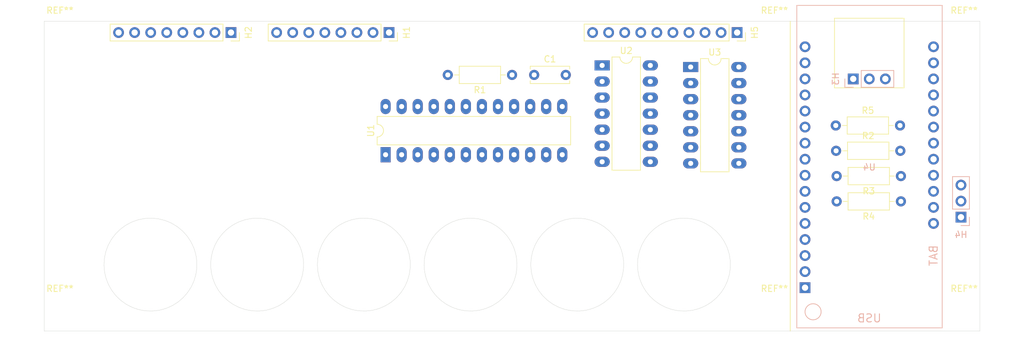
<source format=kicad_pcb>
(kicad_pcb (version 20171130) (host pcbnew "(5.1.5-0-10_14)")

  (general
    (thickness 1.6)
    (drawings 527)
    (tracks 0)
    (zones 0)
    (modules 21)
    (nets 61)
  )

  (page A4)
  (layers
    (0 F.Cu signal)
    (31 B.Cu signal)
    (32 B.Adhes user)
    (33 F.Adhes user)
    (34 B.Paste user)
    (35 F.Paste user)
    (36 B.SilkS user)
    (37 F.SilkS user)
    (38 B.Mask user)
    (39 F.Mask user)
    (40 Dwgs.User user)
    (41 Cmts.User user)
    (42 Eco1.User user)
    (43 Eco2.User user)
    (44 Edge.Cuts user)
    (45 Margin user)
    (46 B.CrtYd user)
    (47 F.CrtYd user)
    (48 B.Fab user)
    (49 F.Fab user)
  )

  (setup
    (last_trace_width 0.25)
    (trace_clearance 0.2)
    (zone_clearance 0.508)
    (zone_45_only no)
    (trace_min 0.2)
    (via_size 0.8)
    (via_drill 0.4)
    (via_min_size 0.4)
    (via_min_drill 0.3)
    (uvia_size 0.3)
    (uvia_drill 0.1)
    (uvias_allowed no)
    (uvia_min_size 0.2)
    (uvia_min_drill 0.1)
    (edge_width 0.05)
    (segment_width 0.2)
    (pcb_text_width 0.3)
    (pcb_text_size 1.5 1.5)
    (mod_edge_width 0.12)
    (mod_text_size 1 1)
    (mod_text_width 0.15)
    (pad_size 1.524 1.524)
    (pad_drill 0.762)
    (pad_to_mask_clearance 0.051)
    (solder_mask_min_width 0.25)
    (aux_axis_origin 0 0)
    (visible_elements FFFFFF7F)
    (pcbplotparams
      (layerselection 0x010fc_ffffffff)
      (usegerberextensions false)
      (usegerberattributes false)
      (usegerberadvancedattributes false)
      (creategerberjobfile false)
      (excludeedgelayer true)
      (linewidth 0.100000)
      (plotframeref false)
      (viasonmask false)
      (mode 1)
      (useauxorigin false)
      (hpglpennumber 1)
      (hpglpenspeed 20)
      (hpglpendiameter 15.000000)
      (psnegative false)
      (psa4output false)
      (plotreference true)
      (plotvalue true)
      (plotinvisibletext false)
      (padsonsilk false)
      (subtractmaskfromsilk false)
      (outputformat 1)
      (mirror false)
      (drillshape 1)
      (scaleselection 1)
      (outputdirectory ""))
  )

  (net 0 "")
  (net 1 +5V)
  (net 2 GND)
  (net 3 "Net-(H1-Pad1)")
  (net 4 "Net-(H1-Pad2)")
  (net 5 "Net-(H1-Pad3)")
  (net 6 "Net-(H1-Pad4)")
  (net 7 "Net-(H1-Pad5)")
  (net 8 "Net-(H1-Pad6)")
  (net 9 "Net-(H1-Pad7)")
  (net 10 "Net-(H1-Pad8)")
  (net 11 "Net-(H2-Pad8)")
  (net 12 "Net-(H2-Pad7)")
  (net 13 "Net-(H2-Pad6)")
  (net 14 "Net-(H2-Pad5)")
  (net 15 "Net-(H2-Pad4)")
  (net 16 "Net-(H2-Pad3)")
  (net 17 "Net-(H2-Pad2)")
  (net 18 "Net-(H2-Pad1)")
  (net 19 "Net-(H3-Pad3)")
  (net 20 "Net-(H4-Pad2)")
  (net 21 "Net-(H4-Pad3)")
  (net 22 "Net-(H5-Pad1)")
  (net 23 "Net-(H5-Pad2)")
  (net 24 "Net-(H5-Pad3)")
  (net 25 "Net-(H5-Pad4)")
  (net 26 "Net-(H5-Pad5)")
  (net 27 "Net-(H5-Pad6)")
  (net 28 "Net-(H5-Pad7)")
  (net 29 "Net-(H5-Pad8)")
  (net 30 "Net-(H5-Pad9)")
  (net 31 "Net-(R1-Pad2)")
  (net 32 "Net-(R2-Pad1)")
  (net 33 "Net-(R3-Pad1)")
  (net 34 "Net-(R4-Pad2)")
  (net 35 "Net-(U1-Pad1)")
  (net 36 "Net-(U1-Pad13)")
  (net 37 "Net-(U1-Pad12)")
  (net 38 "Net-(U1-Pad24)")
  (net 39 "Net-(U2-Pad2)")
  (net 40 "Net-(U2-Pad9)")
  (net 41 "Net-(U2-Pad11)")
  (net 42 "Net-(U2-Pad5)")
  (net 43 "Net-(U2-Pad12)")
  (net 44 "Net-(U2-Pad13)")
  (net 45 "Net-(U3-Pad13)")
  (net 46 "Net-(U3-Pad12)")
  (net 47 "Net-(U3-Pad5)")
  (net 48 "Net-(U3-Pad11)")
  (net 49 "Net-(U3-Pad9)")
  (net 50 "Net-(U3-Pad2)")
  (net 51 "Net-(U4-Pad28)")
  (net 52 "Net-(U4-Pad27)")
  (net 53 "Net-(U4-Pad17)")
  (net 54 "Net-(U4-Pad15)")
  (net 55 "Net-(U4-Pad14)")
  (net 56 "Net-(U4-Pad13)")
  (net 57 "Net-(U4-Pad10)")
  (net 58 "Net-(U4-Pad9)")
  (net 59 "Net-(U4-Pad3)")
  (net 60 "Net-(U4-Pad1)")

  (net_class Default "This is the default net class."
    (clearance 0.2)
    (trace_width 0.25)
    (via_dia 0.8)
    (via_drill 0.4)
    (uvia_dia 0.3)
    (uvia_drill 0.1)
    (add_net +5V)
    (add_net GND)
    (add_net "Net-(H1-Pad1)")
    (add_net "Net-(H1-Pad2)")
    (add_net "Net-(H1-Pad3)")
    (add_net "Net-(H1-Pad4)")
    (add_net "Net-(H1-Pad5)")
    (add_net "Net-(H1-Pad6)")
    (add_net "Net-(H1-Pad7)")
    (add_net "Net-(H1-Pad8)")
    (add_net "Net-(H2-Pad1)")
    (add_net "Net-(H2-Pad2)")
    (add_net "Net-(H2-Pad3)")
    (add_net "Net-(H2-Pad4)")
    (add_net "Net-(H2-Pad5)")
    (add_net "Net-(H2-Pad6)")
    (add_net "Net-(H2-Pad7)")
    (add_net "Net-(H2-Pad8)")
    (add_net "Net-(H3-Pad3)")
    (add_net "Net-(H4-Pad2)")
    (add_net "Net-(H4-Pad3)")
    (add_net "Net-(H5-Pad1)")
    (add_net "Net-(H5-Pad2)")
    (add_net "Net-(H5-Pad3)")
    (add_net "Net-(H5-Pad4)")
    (add_net "Net-(H5-Pad5)")
    (add_net "Net-(H5-Pad6)")
    (add_net "Net-(H5-Pad7)")
    (add_net "Net-(H5-Pad8)")
    (add_net "Net-(H5-Pad9)")
    (add_net "Net-(R1-Pad2)")
    (add_net "Net-(R2-Pad1)")
    (add_net "Net-(R3-Pad1)")
    (add_net "Net-(R4-Pad2)")
    (add_net "Net-(U1-Pad1)")
    (add_net "Net-(U1-Pad12)")
    (add_net "Net-(U1-Pad13)")
    (add_net "Net-(U1-Pad24)")
    (add_net "Net-(U2-Pad11)")
    (add_net "Net-(U2-Pad12)")
    (add_net "Net-(U2-Pad13)")
    (add_net "Net-(U2-Pad2)")
    (add_net "Net-(U2-Pad5)")
    (add_net "Net-(U2-Pad9)")
    (add_net "Net-(U3-Pad11)")
    (add_net "Net-(U3-Pad12)")
    (add_net "Net-(U3-Pad13)")
    (add_net "Net-(U3-Pad2)")
    (add_net "Net-(U3-Pad5)")
    (add_net "Net-(U3-Pad9)")
    (add_net "Net-(U4-Pad1)")
    (add_net "Net-(U4-Pad10)")
    (add_net "Net-(U4-Pad13)")
    (add_net "Net-(U4-Pad14)")
    (add_net "Net-(U4-Pad15)")
    (add_net "Net-(U4-Pad17)")
    (add_net "Net-(U4-Pad27)")
    (add_net "Net-(U4-Pad28)")
    (add_net "Net-(U4-Pad3)")
    (add_net "Net-(U4-Pad9)")
  )

  (module MountingHole:MountingHole_3.2mm_M3 (layer F.Cu) (tedit 56D1B4CB) (tstamp 5E310F38)
    (at 241.5 86)
    (descr "Mounting Hole 3.2mm, no annular, M3")
    (tags "mounting hole 3.2mm no annular m3")
    (attr virtual)
    (fp_text reference REF** (at 0 -4.2) (layer F.SilkS)
      (effects (font (size 1 1) (thickness 0.15)))
    )
    (fp_text value MountingHole_3.2mm_M3 (at 0 4.2) (layer F.Fab)
      (effects (font (size 1 1) (thickness 0.15)))
    )
    (fp_circle (center 0 0) (end 3.45 0) (layer F.CrtYd) (width 0.05))
    (fp_circle (center 0 0) (end 3.2 0) (layer Cmts.User) (width 0.15))
    (fp_text user %R (at 0.3 0) (layer F.Fab)
      (effects (font (size 1 1) (thickness 0.15)))
    )
    (pad 1 np_thru_hole circle (at 0 0) (size 3.2 3.2) (drill 3.2) (layers *.Cu *.Mask))
  )

  (module MountingHole:MountingHole_3.2mm_M3 (layer F.Cu) (tedit 56D1B4CB) (tstamp 5E310F23)
    (at 241.5 130)
    (descr "Mounting Hole 3.2mm, no annular, M3")
    (tags "mounting hole 3.2mm no annular m3")
    (attr virtual)
    (fp_text reference REF** (at 0 -4.2) (layer F.SilkS)
      (effects (font (size 1 1) (thickness 0.15)))
    )
    (fp_text value MountingHole_3.2mm_M3 (at 0 4.2) (layer F.Fab)
      (effects (font (size 1 1) (thickness 0.15)))
    )
    (fp_circle (center 0 0) (end 3.45 0) (layer F.CrtYd) (width 0.05))
    (fp_circle (center 0 0) (end 3.2 0) (layer Cmts.User) (width 0.15))
    (fp_text user %R (at 0.3 0) (layer F.Fab)
      (effects (font (size 1 1) (thickness 0.15)))
    )
    (pad 1 np_thru_hole circle (at 0 0) (size 3.2 3.2) (drill 3.2) (layers *.Cu *.Mask))
  )

  (module MountingHole:MountingHole_3.2mm_M3 (layer F.Cu) (tedit 56D1B4CB) (tstamp 5E3050F3)
    (at 211.5 86)
    (descr "Mounting Hole 3.2mm, no annular, M3")
    (tags "mounting hole 3.2mm no annular m3")
    (attr virtual)
    (fp_text reference REF** (at 0 -4.2) (layer F.SilkS)
      (effects (font (size 1 1) (thickness 0.15)))
    )
    (fp_text value MountingHole_3.2mm_M3 (at 0 4.2) (layer F.Fab)
      (effects (font (size 1 1) (thickness 0.15)))
    )
    (fp_circle (center 0 0) (end 3.45 0) (layer F.CrtYd) (width 0.05))
    (fp_circle (center 0 0) (end 3.2 0) (layer Cmts.User) (width 0.15))
    (fp_text user %R (at 0.3 0) (layer F.Fab)
      (effects (font (size 1 1) (thickness 0.15)))
    )
    (pad 1 np_thru_hole circle (at 0 0) (size 3.2 3.2) (drill 3.2) (layers *.Cu *.Mask))
  )

  (module MountingHole:MountingHole_3.2mm_M3 (layer F.Cu) (tedit 56D1B4CB) (tstamp 5E3050CF)
    (at 211.5 130)
    (descr "Mounting Hole 3.2mm, no annular, M3")
    (tags "mounting hole 3.2mm no annular m3")
    (attr virtual)
    (fp_text reference REF** (at 0 -4.2) (layer F.SilkS)
      (effects (font (size 1 1) (thickness 0.15)))
    )
    (fp_text value MountingHole_3.2mm_M3 (at 0 4.2) (layer F.Fab)
      (effects (font (size 1 1) (thickness 0.15)))
    )
    (fp_circle (center 0 0) (end 3.45 0) (layer F.CrtYd) (width 0.05))
    (fp_circle (center 0 0) (end 3.2 0) (layer Cmts.User) (width 0.15))
    (fp_text user %R (at 0.3 0) (layer F.Fab)
      (effects (font (size 1 1) (thickness 0.15)))
    )
    (pad 1 np_thru_hole circle (at 0 0) (size 3.2 3.2) (drill 3.2) (layers *.Cu *.Mask))
  )

  (module MountingHole:MountingHole_3.2mm_M3 (layer F.Cu) (tedit 56D1B4CB) (tstamp 5E3050AB)
    (at 98.5 86)
    (descr "Mounting Hole 3.2mm, no annular, M3")
    (tags "mounting hole 3.2mm no annular m3")
    (attr virtual)
    (fp_text reference REF** (at 0 -4.2) (layer F.SilkS)
      (effects (font (size 1 1) (thickness 0.15)))
    )
    (fp_text value MountingHole_3.2mm_M3 (at 0 4.2) (layer F.Fab)
      (effects (font (size 1 1) (thickness 0.15)))
    )
    (fp_circle (center 0 0) (end 3.45 0) (layer F.CrtYd) (width 0.05))
    (fp_circle (center 0 0) (end 3.2 0) (layer Cmts.User) (width 0.15))
    (fp_text user %R (at 0.3 0) (layer F.Fab)
      (effects (font (size 1 1) (thickness 0.15)))
    )
    (pad 1 np_thru_hole circle (at 0 0) (size 3.2 3.2) (drill 3.2) (layers *.Cu *.Mask))
  )

  (module MountingHole:MountingHole_3.2mm_M3 (layer F.Cu) (tedit 56D1B4CB) (tstamp 5E305087)
    (at 98.5 130)
    (descr "Mounting Hole 3.2mm, no annular, M3")
    (tags "mounting hole 3.2mm no annular m3")
    (attr virtual)
    (fp_text reference REF** (at 0 -4.2) (layer F.SilkS)
      (effects (font (size 1 1) (thickness 0.15)))
    )
    (fp_text value MountingHole_3.2mm_M3 (at 0 4.2) (layer F.Fab)
      (effects (font (size 1 1) (thickness 0.15)))
    )
    (fp_circle (center 0 0) (end 3.45 0) (layer F.CrtYd) (width 0.05))
    (fp_circle (center 0 0) (end 3.2 0) (layer Cmts.User) (width 0.15))
    (fp_text user %R (at 0.3 0) (layer F.Fab)
      (effects (font (size 1 1) (thickness 0.15)))
    )
    (pad 1 np_thru_hole circle (at 0 0) (size 3.2 3.2) (drill 3.2) (layers *.Cu *.Mask))
  )

  (module Capacitor_THT:C_Disc_D6.0mm_W2.5mm_P5.00mm (layer F.Cu) (tedit 5AE50EF0) (tstamp 5E303CCE)
    (at 173.5 92)
    (descr "C, Disc series, Radial, pin pitch=5.00mm, , diameter*width=6*2.5mm^2, Capacitor, http://cdn-reichelt.de/documents/datenblatt/B300/DS_KERKO_TC.pdf")
    (tags "C Disc series Radial pin pitch 5.00mm  diameter 6mm width 2.5mm Capacitor")
    (path /5E2D9B69)
    (fp_text reference C1 (at 2.5 -2.5) (layer F.SilkS)
      (effects (font (size 1 1) (thickness 0.15)))
    )
    (fp_text value "0.1 uF" (at 2.5 2.5) (layer F.Fab)
      (effects (font (size 1 1) (thickness 0.15)))
    )
    (fp_line (start -0.5 -1.25) (end -0.5 1.25) (layer F.Fab) (width 0.1))
    (fp_line (start -0.5 1.25) (end 5.5 1.25) (layer F.Fab) (width 0.1))
    (fp_line (start 5.5 1.25) (end 5.5 -1.25) (layer F.Fab) (width 0.1))
    (fp_line (start 5.5 -1.25) (end -0.5 -1.25) (layer F.Fab) (width 0.1))
    (fp_line (start -0.62 -1.37) (end 5.62 -1.37) (layer F.SilkS) (width 0.12))
    (fp_line (start -0.62 1.37) (end 5.62 1.37) (layer F.SilkS) (width 0.12))
    (fp_line (start -0.62 -1.37) (end -0.62 -0.925) (layer F.SilkS) (width 0.12))
    (fp_line (start -0.62 0.925) (end -0.62 1.37) (layer F.SilkS) (width 0.12))
    (fp_line (start 5.62 -1.37) (end 5.62 -0.925) (layer F.SilkS) (width 0.12))
    (fp_line (start 5.62 0.925) (end 5.62 1.37) (layer F.SilkS) (width 0.12))
    (fp_line (start -1.05 -1.5) (end -1.05 1.5) (layer F.CrtYd) (width 0.05))
    (fp_line (start -1.05 1.5) (end 6.05 1.5) (layer F.CrtYd) (width 0.05))
    (fp_line (start 6.05 1.5) (end 6.05 -1.5) (layer F.CrtYd) (width 0.05))
    (fp_line (start 6.05 -1.5) (end -1.05 -1.5) (layer F.CrtYd) (width 0.05))
    (fp_text user %R (at 2.5 0) (layer F.Fab)
      (effects (font (size 1 1) (thickness 0.15)))
    )
    (pad 1 thru_hole circle (at 0 0) (size 1.6 1.6) (drill 0.8) (layers *.Cu *.Mask)
      (net 1 +5V))
    (pad 2 thru_hole circle (at 5 0) (size 1.6 1.6) (drill 0.8) (layers *.Cu *.Mask)
      (net 2 GND))
    (model ${KISYS3DMOD}/Capacitor_THT.3dshapes/C_Disc_D6.0mm_W2.5mm_P5.00mm.wrl
      (at (xyz 0 0 0))
      (scale (xyz 1 1 1))
      (rotate (xyz 0 0 0))
    )
  )

  (module Connector_PinSocket_2.54mm:PinSocket_1x08_P2.54mm_Vertical (layer F.Cu) (tedit 5A19A420) (tstamp 5E302754)
    (at 150.55 85.3 270)
    (descr "Through hole straight socket strip, 1x08, 2.54mm pitch, single row (from Kicad 4.0.7), script generated")
    (tags "Through hole socket strip THT 1x08 2.54mm single row")
    (path /5E2833D8)
    (fp_text reference H1 (at 0 -2.77 90) (layer F.SilkS)
      (effects (font (size 1 1) (thickness 0.15)))
    )
    (fp_text value DISPLAY-SEG (at 0 20.55 90) (layer F.Fab)
      (effects (font (size 1 1) (thickness 0.15)))
    )
    (fp_line (start -1.27 -1.27) (end 0.635 -1.27) (layer F.Fab) (width 0.1))
    (fp_line (start 0.635 -1.27) (end 1.27 -0.635) (layer F.Fab) (width 0.1))
    (fp_line (start 1.27 -0.635) (end 1.27 19.05) (layer F.Fab) (width 0.1))
    (fp_line (start 1.27 19.05) (end -1.27 19.05) (layer F.Fab) (width 0.1))
    (fp_line (start -1.27 19.05) (end -1.27 -1.27) (layer F.Fab) (width 0.1))
    (fp_line (start -1.33 1.27) (end 1.33 1.27) (layer F.SilkS) (width 0.12))
    (fp_line (start -1.33 1.27) (end -1.33 19.11) (layer F.SilkS) (width 0.12))
    (fp_line (start -1.33 19.11) (end 1.33 19.11) (layer F.SilkS) (width 0.12))
    (fp_line (start 1.33 1.27) (end 1.33 19.11) (layer F.SilkS) (width 0.12))
    (fp_line (start 1.33 -1.33) (end 1.33 0) (layer F.SilkS) (width 0.12))
    (fp_line (start 0 -1.33) (end 1.33 -1.33) (layer F.SilkS) (width 0.12))
    (fp_line (start -1.8 -1.8) (end 1.75 -1.8) (layer F.CrtYd) (width 0.05))
    (fp_line (start 1.75 -1.8) (end 1.75 19.55) (layer F.CrtYd) (width 0.05))
    (fp_line (start 1.75 19.55) (end -1.8 19.55) (layer F.CrtYd) (width 0.05))
    (fp_line (start -1.8 19.55) (end -1.8 -1.8) (layer F.CrtYd) (width 0.05))
    (fp_text user %R (at 0 8.89) (layer F.Fab)
      (effects (font (size 1 1) (thickness 0.15)))
    )
    (pad 1 thru_hole rect (at 0 0 270) (size 1.7 1.7) (drill 1) (layers *.Cu *.Mask)
      (net 3 "Net-(H1-Pad1)"))
    (pad 2 thru_hole oval (at 0 2.54 270) (size 1.7 1.7) (drill 1) (layers *.Cu *.Mask)
      (net 4 "Net-(H1-Pad2)"))
    (pad 3 thru_hole oval (at 0 5.08 270) (size 1.7 1.7) (drill 1) (layers *.Cu *.Mask)
      (net 5 "Net-(H1-Pad3)"))
    (pad 4 thru_hole oval (at 0 7.62 270) (size 1.7 1.7) (drill 1) (layers *.Cu *.Mask)
      (net 6 "Net-(H1-Pad4)"))
    (pad 5 thru_hole oval (at 0 10.16 270) (size 1.7 1.7) (drill 1) (layers *.Cu *.Mask)
      (net 7 "Net-(H1-Pad5)"))
    (pad 6 thru_hole oval (at 0 12.7 270) (size 1.7 1.7) (drill 1) (layers *.Cu *.Mask)
      (net 8 "Net-(H1-Pad6)"))
    (pad 7 thru_hole oval (at 0 15.24 270) (size 1.7 1.7) (drill 1) (layers *.Cu *.Mask)
      (net 9 "Net-(H1-Pad7)"))
    (pad 8 thru_hole oval (at 0 17.78 270) (size 1.7 1.7) (drill 1) (layers *.Cu *.Mask)
      (net 10 "Net-(H1-Pad8)"))
    (model ${KISYS3DMOD}/Connector_PinSocket_2.54mm.3dshapes/PinSocket_1x08_P2.54mm_Vertical.wrl
      (at (xyz 0 0 0))
      (scale (xyz 1 1 1))
      (rotate (xyz 0 0 0))
    )
  )

  (module Connector_PinSocket_2.54mm:PinSocket_1x08_P2.54mm_Vertical (layer F.Cu) (tedit 5A19A420) (tstamp 5E302770)
    (at 125.55 85.3 270)
    (descr "Through hole straight socket strip, 1x08, 2.54mm pitch, single row (from Kicad 4.0.7), script generated")
    (tags "Through hole socket strip THT 1x08 2.54mm single row")
    (path /5E28248D)
    (fp_text reference H2 (at 0 -2.77 90) (layer F.SilkS)
      (effects (font (size 1 1) (thickness 0.15)))
    )
    (fp_text value DISPLAY-DIG (at 0 20.55 90) (layer F.Fab)
      (effects (font (size 1 1) (thickness 0.15)))
    )
    (fp_text user %R (at 0 8.89) (layer F.Fab)
      (effects (font (size 1 1) (thickness 0.15)))
    )
    (fp_line (start -1.8 19.55) (end -1.8 -1.8) (layer F.CrtYd) (width 0.05))
    (fp_line (start 1.75 19.55) (end -1.8 19.55) (layer F.CrtYd) (width 0.05))
    (fp_line (start 1.75 -1.8) (end 1.75 19.55) (layer F.CrtYd) (width 0.05))
    (fp_line (start -1.8 -1.8) (end 1.75 -1.8) (layer F.CrtYd) (width 0.05))
    (fp_line (start 0 -1.33) (end 1.33 -1.33) (layer F.SilkS) (width 0.12))
    (fp_line (start 1.33 -1.33) (end 1.33 0) (layer F.SilkS) (width 0.12))
    (fp_line (start 1.33 1.27) (end 1.33 19.11) (layer F.SilkS) (width 0.12))
    (fp_line (start -1.33 19.11) (end 1.33 19.11) (layer F.SilkS) (width 0.12))
    (fp_line (start -1.33 1.27) (end -1.33 19.11) (layer F.SilkS) (width 0.12))
    (fp_line (start -1.33 1.27) (end 1.33 1.27) (layer F.SilkS) (width 0.12))
    (fp_line (start -1.27 19.05) (end -1.27 -1.27) (layer F.Fab) (width 0.1))
    (fp_line (start 1.27 19.05) (end -1.27 19.05) (layer F.Fab) (width 0.1))
    (fp_line (start 1.27 -0.635) (end 1.27 19.05) (layer F.Fab) (width 0.1))
    (fp_line (start 0.635 -1.27) (end 1.27 -0.635) (layer F.Fab) (width 0.1))
    (fp_line (start -1.27 -1.27) (end 0.635 -1.27) (layer F.Fab) (width 0.1))
    (pad 8 thru_hole oval (at 0 17.78 270) (size 1.7 1.7) (drill 1) (layers *.Cu *.Mask)
      (net 11 "Net-(H2-Pad8)"))
    (pad 7 thru_hole oval (at 0 15.24 270) (size 1.7 1.7) (drill 1) (layers *.Cu *.Mask)
      (net 12 "Net-(H2-Pad7)"))
    (pad 6 thru_hole oval (at 0 12.7 270) (size 1.7 1.7) (drill 1) (layers *.Cu *.Mask)
      (net 13 "Net-(H2-Pad6)"))
    (pad 5 thru_hole oval (at 0 10.16 270) (size 1.7 1.7) (drill 1) (layers *.Cu *.Mask)
      (net 14 "Net-(H2-Pad5)"))
    (pad 4 thru_hole oval (at 0 7.62 270) (size 1.7 1.7) (drill 1) (layers *.Cu *.Mask)
      (net 15 "Net-(H2-Pad4)"))
    (pad 3 thru_hole oval (at 0 5.08 270) (size 1.7 1.7) (drill 1) (layers *.Cu *.Mask)
      (net 16 "Net-(H2-Pad3)"))
    (pad 2 thru_hole oval (at 0 2.54 270) (size 1.7 1.7) (drill 1) (layers *.Cu *.Mask)
      (net 17 "Net-(H2-Pad2)"))
    (pad 1 thru_hole rect (at 0 0 270) (size 1.7 1.7) (drill 1) (layers *.Cu *.Mask)
      (net 18 "Net-(H2-Pad1)"))
    (model ${KISYS3DMOD}/Connector_PinSocket_2.54mm.3dshapes/PinSocket_1x08_P2.54mm_Vertical.wrl
      (at (xyz 0 0 0))
      (scale (xyz 1 1 1))
      (rotate (xyz 0 0 0))
    )
  )

  (module Connector_PinSocket_2.54mm:PinSocket_1x03_P2.54mm_Vertical (layer B.Cu) (tedit 5A19A429) (tstamp 5E310EF0)
    (at 223.96 92.63 270)
    (descr "Through hole straight socket strip, 1x03, 2.54mm pitch, single row (from Kicad 4.0.7), script generated")
    (tags "Through hole socket strip THT 1x03 2.54mm single row")
    (path /5E3AB129)
    (fp_text reference H3 (at 0 2.77 270) (layer B.SilkS)
      (effects (font (size 1 1) (thickness 0.15)) (justify mirror))
    )
    (fp_text value POWER-STEP-UP (at 0 -7.85 270) (layer B.Fab)
      (effects (font (size 1 1) (thickness 0.15)) (justify mirror))
    )
    (fp_text user %R (at 0 -2.54) (layer B.Fab)
      (effects (font (size 1 1) (thickness 0.15)) (justify mirror))
    )
    (fp_line (start -1.8 -6.85) (end -1.8 1.8) (layer B.CrtYd) (width 0.05))
    (fp_line (start 1.75 -6.85) (end -1.8 -6.85) (layer B.CrtYd) (width 0.05))
    (fp_line (start 1.75 1.8) (end 1.75 -6.85) (layer B.CrtYd) (width 0.05))
    (fp_line (start -1.8 1.8) (end 1.75 1.8) (layer B.CrtYd) (width 0.05))
    (fp_line (start 0 1.33) (end 1.33 1.33) (layer B.SilkS) (width 0.12))
    (fp_line (start 1.33 1.33) (end 1.33 0) (layer B.SilkS) (width 0.12))
    (fp_line (start 1.33 -1.27) (end 1.33 -6.41) (layer B.SilkS) (width 0.12))
    (fp_line (start -1.33 -6.41) (end 1.33 -6.41) (layer B.SilkS) (width 0.12))
    (fp_line (start -1.33 -1.27) (end -1.33 -6.41) (layer B.SilkS) (width 0.12))
    (fp_line (start -1.33 -1.27) (end 1.33 -1.27) (layer B.SilkS) (width 0.12))
    (fp_line (start -1.27 -6.35) (end -1.27 1.27) (layer B.Fab) (width 0.1))
    (fp_line (start 1.27 -6.35) (end -1.27 -6.35) (layer B.Fab) (width 0.1))
    (fp_line (start 1.27 0.635) (end 1.27 -6.35) (layer B.Fab) (width 0.1))
    (fp_line (start 0.635 1.27) (end 1.27 0.635) (layer B.Fab) (width 0.1))
    (fp_line (start -1.27 1.27) (end 0.635 1.27) (layer B.Fab) (width 0.1))
    (pad 3 thru_hole oval (at 0 -5.08 270) (size 1.7 1.7) (drill 1) (layers *.Cu *.Mask)
      (net 19 "Net-(H3-Pad3)"))
    (pad 2 thru_hole oval (at 0 -2.54 270) (size 1.7 1.7) (drill 1) (layers *.Cu *.Mask)
      (net 2 GND))
    (pad 1 thru_hole rect (at 0 0 270) (size 1.7 1.7) (drill 1) (layers *.Cu *.Mask)
      (net 1 +5V))
    (model ${KISYS3DMOD}/Connector_PinSocket_2.54mm.3dshapes/PinSocket_1x03_P2.54mm_Vertical.wrl
      (at (xyz 0 0 0))
      (scale (xyz 1 1 1))
      (rotate (xyz 0 0 0))
    )
  )

  (module Connector_PinSocket_2.54mm:PinSocket_1x03_P2.54mm_Vertical (layer B.Cu) (tedit 5A19A429) (tstamp 5E312BC6)
    (at 241 114.5)
    (descr "Through hole straight socket strip, 1x03, 2.54mm pitch, single row (from Kicad 4.0.7), script generated")
    (tags "Through hole socket strip THT 1x03 2.54mm single row")
    (path /5E2E7EE6)
    (fp_text reference H4 (at 0 2.77) (layer B.SilkS)
      (effects (font (size 1 1) (thickness 0.15)) (justify mirror))
    )
    (fp_text value GEIGER (at 0 -7.85) (layer B.Fab)
      (effects (font (size 1 1) (thickness 0.15)) (justify mirror))
    )
    (fp_text user %R (at 0 -2.54 270) (layer B.Fab)
      (effects (font (size 1 1) (thickness 0.15)) (justify mirror))
    )
    (fp_line (start -1.8 -6.85) (end -1.8 1.8) (layer B.CrtYd) (width 0.05))
    (fp_line (start 1.75 -6.85) (end -1.8 -6.85) (layer B.CrtYd) (width 0.05))
    (fp_line (start 1.75 1.8) (end 1.75 -6.85) (layer B.CrtYd) (width 0.05))
    (fp_line (start -1.8 1.8) (end 1.75 1.8) (layer B.CrtYd) (width 0.05))
    (fp_line (start 0 1.33) (end 1.33 1.33) (layer B.SilkS) (width 0.12))
    (fp_line (start 1.33 1.33) (end 1.33 0) (layer B.SilkS) (width 0.12))
    (fp_line (start 1.33 -1.27) (end 1.33 -6.41) (layer B.SilkS) (width 0.12))
    (fp_line (start -1.33 -6.41) (end 1.33 -6.41) (layer B.SilkS) (width 0.12))
    (fp_line (start -1.33 -1.27) (end -1.33 -6.41) (layer B.SilkS) (width 0.12))
    (fp_line (start -1.33 -1.27) (end 1.33 -1.27) (layer B.SilkS) (width 0.12))
    (fp_line (start -1.27 -6.35) (end -1.27 1.27) (layer B.Fab) (width 0.1))
    (fp_line (start 1.27 -6.35) (end -1.27 -6.35) (layer B.Fab) (width 0.1))
    (fp_line (start 1.27 0.635) (end 1.27 -6.35) (layer B.Fab) (width 0.1))
    (fp_line (start 0.635 1.27) (end 1.27 0.635) (layer B.Fab) (width 0.1))
    (fp_line (start -1.27 1.27) (end 0.635 1.27) (layer B.Fab) (width 0.1))
    (pad 3 thru_hole oval (at 0 -5.08) (size 1.7 1.7) (drill 1) (layers *.Cu *.Mask)
      (net 21 "Net-(H4-Pad3)"))
    (pad 2 thru_hole oval (at 0 -2.54) (size 1.7 1.7) (drill 1) (layers *.Cu *.Mask)
      (net 20 "Net-(H4-Pad2)"))
    (pad 1 thru_hole rect (at 0 0) (size 1.7 1.7) (drill 1) (layers *.Cu *.Mask)
      (net 2 GND))
    (model ${KISYS3DMOD}/Connector_PinSocket_2.54mm.3dshapes/PinSocket_1x03_P2.54mm_Vertical.wrl
      (at (xyz 0 0 0))
      (scale (xyz 1 1 1))
      (rotate (xyz 0 0 0))
    )
  )

  (module Connector_PinSocket_2.54mm:PinSocket_1x10_P2.54mm_Vertical (layer F.Cu) (tedit 5A19A425) (tstamp 5E3027BC)
    (at 205.6 85.3 270)
    (descr "Through hole straight socket strip, 1x10, 2.54mm pitch, single row (from Kicad 4.0.7), script generated")
    (tags "Through hole socket strip THT 1x10 2.54mm single row")
    (path /5E29771D)
    (fp_text reference H5 (at 0 -2.77 90) (layer F.SilkS)
      (effects (font (size 1 1) (thickness 0.15)))
    )
    (fp_text value IO (at 0 25.63 90) (layer F.Fab)
      (effects (font (size 1 1) (thickness 0.15)))
    )
    (fp_line (start -1.27 -1.27) (end 0.635 -1.27) (layer F.Fab) (width 0.1))
    (fp_line (start 0.635 -1.27) (end 1.27 -0.635) (layer F.Fab) (width 0.1))
    (fp_line (start 1.27 -0.635) (end 1.27 24.13) (layer F.Fab) (width 0.1))
    (fp_line (start 1.27 24.13) (end -1.27 24.13) (layer F.Fab) (width 0.1))
    (fp_line (start -1.27 24.13) (end -1.27 -1.27) (layer F.Fab) (width 0.1))
    (fp_line (start -1.33 1.27) (end 1.33 1.27) (layer F.SilkS) (width 0.12))
    (fp_line (start -1.33 1.27) (end -1.33 24.19) (layer F.SilkS) (width 0.12))
    (fp_line (start -1.33 24.19) (end 1.33 24.19) (layer F.SilkS) (width 0.12))
    (fp_line (start 1.33 1.27) (end 1.33 24.19) (layer F.SilkS) (width 0.12))
    (fp_line (start 1.33 -1.33) (end 1.33 0) (layer F.SilkS) (width 0.12))
    (fp_line (start 0 -1.33) (end 1.33 -1.33) (layer F.SilkS) (width 0.12))
    (fp_line (start -1.8 -1.8) (end 1.75 -1.8) (layer F.CrtYd) (width 0.05))
    (fp_line (start 1.75 -1.8) (end 1.75 24.6) (layer F.CrtYd) (width 0.05))
    (fp_line (start 1.75 24.6) (end -1.8 24.6) (layer F.CrtYd) (width 0.05))
    (fp_line (start -1.8 24.6) (end -1.8 -1.8) (layer F.CrtYd) (width 0.05))
    (fp_text user %R (at 0 11.43) (layer F.Fab)
      (effects (font (size 1 1) (thickness 0.15)))
    )
    (pad 1 thru_hole rect (at 0 0 270) (size 1.7 1.7) (drill 1) (layers *.Cu *.Mask)
      (net 22 "Net-(H5-Pad1)"))
    (pad 2 thru_hole oval (at 0 2.54 270) (size 1.7 1.7) (drill 1) (layers *.Cu *.Mask)
      (net 23 "Net-(H5-Pad2)"))
    (pad 3 thru_hole oval (at 0 5.08 270) (size 1.7 1.7) (drill 1) (layers *.Cu *.Mask)
      (net 24 "Net-(H5-Pad3)"))
    (pad 4 thru_hole oval (at 0 7.62 270) (size 1.7 1.7) (drill 1) (layers *.Cu *.Mask)
      (net 25 "Net-(H5-Pad4)"))
    (pad 5 thru_hole oval (at 0 10.16 270) (size 1.7 1.7) (drill 1) (layers *.Cu *.Mask)
      (net 26 "Net-(H5-Pad5)"))
    (pad 6 thru_hole oval (at 0 12.7 270) (size 1.7 1.7) (drill 1) (layers *.Cu *.Mask)
      (net 27 "Net-(H5-Pad6)"))
    (pad 7 thru_hole oval (at 0 15.24 270) (size 1.7 1.7) (drill 1) (layers *.Cu *.Mask)
      (net 28 "Net-(H5-Pad7)"))
    (pad 8 thru_hole oval (at 0 17.78 270) (size 1.7 1.7) (drill 1) (layers *.Cu *.Mask)
      (net 29 "Net-(H5-Pad8)"))
    (pad 9 thru_hole oval (at 0 20.32 270) (size 1.7 1.7) (drill 1) (layers *.Cu *.Mask)
      (net 30 "Net-(H5-Pad9)"))
    (pad 10 thru_hole oval (at 0 22.86 270) (size 1.7 1.7) (drill 1) (layers *.Cu *.Mask)
      (net 2 GND))
    (model ${KISYS3DMOD}/Connector_PinSocket_2.54mm.3dshapes/PinSocket_1x10_P2.54mm_Vertical.wrl
      (at (xyz 0 0 0))
      (scale (xyz 1 1 1))
      (rotate (xyz 0 0 0))
    )
  )

  (module Resistor_THT:R_Axial_DIN0207_L6.3mm_D2.5mm_P10.16mm_Horizontal (layer F.Cu) (tedit 5AE5139B) (tstamp 5E3027D3)
    (at 170 92 180)
    (descr "Resistor, Axial_DIN0207 series, Axial, Horizontal, pin pitch=10.16mm, 0.25W = 1/4W, length*diameter=6.3*2.5mm^2, http://cdn-reichelt.de/documents/datenblatt/B400/1_4W%23YAG.pdf")
    (tags "Resistor Axial_DIN0207 series Axial Horizontal pin pitch 10.16mm 0.25W = 1/4W length 6.3mm diameter 2.5mm")
    (path /5E2927D8)
    (fp_text reference R1 (at 5.08 -2.37) (layer F.SilkS)
      (effects (font (size 1 1) (thickness 0.15)))
    )
    (fp_text value 10K (at 5.08 2.37) (layer F.Fab)
      (effects (font (size 1 1) (thickness 0.15)))
    )
    (fp_line (start 1.93 -1.25) (end 1.93 1.25) (layer F.Fab) (width 0.1))
    (fp_line (start 1.93 1.25) (end 8.23 1.25) (layer F.Fab) (width 0.1))
    (fp_line (start 8.23 1.25) (end 8.23 -1.25) (layer F.Fab) (width 0.1))
    (fp_line (start 8.23 -1.25) (end 1.93 -1.25) (layer F.Fab) (width 0.1))
    (fp_line (start 0 0) (end 1.93 0) (layer F.Fab) (width 0.1))
    (fp_line (start 10.16 0) (end 8.23 0) (layer F.Fab) (width 0.1))
    (fp_line (start 1.81 -1.37) (end 1.81 1.37) (layer F.SilkS) (width 0.12))
    (fp_line (start 1.81 1.37) (end 8.35 1.37) (layer F.SilkS) (width 0.12))
    (fp_line (start 8.35 1.37) (end 8.35 -1.37) (layer F.SilkS) (width 0.12))
    (fp_line (start 8.35 -1.37) (end 1.81 -1.37) (layer F.SilkS) (width 0.12))
    (fp_line (start 1.04 0) (end 1.81 0) (layer F.SilkS) (width 0.12))
    (fp_line (start 9.12 0) (end 8.35 0) (layer F.SilkS) (width 0.12))
    (fp_line (start -1.05 -1.5) (end -1.05 1.5) (layer F.CrtYd) (width 0.05))
    (fp_line (start -1.05 1.5) (end 11.21 1.5) (layer F.CrtYd) (width 0.05))
    (fp_line (start 11.21 1.5) (end 11.21 -1.5) (layer F.CrtYd) (width 0.05))
    (fp_line (start 11.21 -1.5) (end -1.05 -1.5) (layer F.CrtYd) (width 0.05))
    (fp_text user %R (at 5.08 0) (layer F.Fab)
      (effects (font (size 1 1) (thickness 0.15)))
    )
    (pad 1 thru_hole circle (at 0 0 180) (size 1.6 1.6) (drill 0.8) (layers *.Cu *.Mask)
      (net 1 +5V))
    (pad 2 thru_hole oval (at 10.16 0 180) (size 1.6 1.6) (drill 0.8) (layers *.Cu *.Mask)
      (net 31 "Net-(R1-Pad2)"))
    (model ${KISYS3DMOD}/Resistor_THT.3dshapes/R_Axial_DIN0207_L6.3mm_D2.5mm_P10.16mm_Horizontal.wrl
      (at (xyz 0 0 0))
      (scale (xyz 1 1 1))
      (rotate (xyz 0 0 0))
    )
  )

  (module Resistor_THT:R_Axial_DIN0207_L6.3mm_D2.5mm_P10.16mm_Horizontal (layer F.Cu) (tedit 5AE5139B) (tstamp 5E310D81)
    (at 221.25 104)
    (descr "Resistor, Axial_DIN0207 series, Axial, Horizontal, pin pitch=10.16mm, 0.25W = 1/4W, length*diameter=6.3*2.5mm^2, http://cdn-reichelt.de/documents/datenblatt/B400/1_4W%23YAG.pdf")
    (tags "Resistor Axial_DIN0207 series Axial Horizontal pin pitch 10.16mm 0.25W = 1/4W length 6.3mm diameter 2.5mm")
    (path /5E392634)
    (fp_text reference R2 (at 5.08 -2.37) (layer F.SilkS)
      (effects (font (size 1 1) (thickness 0.15)))
    )
    (fp_text value 3K3 (at 5.08 2.37) (layer F.Fab)
      (effects (font (size 1 1) (thickness 0.15)))
    )
    (fp_line (start 1.93 -1.25) (end 1.93 1.25) (layer F.Fab) (width 0.1))
    (fp_line (start 1.93 1.25) (end 8.23 1.25) (layer F.Fab) (width 0.1))
    (fp_line (start 8.23 1.25) (end 8.23 -1.25) (layer F.Fab) (width 0.1))
    (fp_line (start 8.23 -1.25) (end 1.93 -1.25) (layer F.Fab) (width 0.1))
    (fp_line (start 0 0) (end 1.93 0) (layer F.Fab) (width 0.1))
    (fp_line (start 10.16 0) (end 8.23 0) (layer F.Fab) (width 0.1))
    (fp_line (start 1.81 -1.37) (end 1.81 1.37) (layer F.SilkS) (width 0.12))
    (fp_line (start 1.81 1.37) (end 8.35 1.37) (layer F.SilkS) (width 0.12))
    (fp_line (start 8.35 1.37) (end 8.35 -1.37) (layer F.SilkS) (width 0.12))
    (fp_line (start 8.35 -1.37) (end 1.81 -1.37) (layer F.SilkS) (width 0.12))
    (fp_line (start 1.04 0) (end 1.81 0) (layer F.SilkS) (width 0.12))
    (fp_line (start 9.12 0) (end 8.35 0) (layer F.SilkS) (width 0.12))
    (fp_line (start -1.05 -1.5) (end -1.05 1.5) (layer F.CrtYd) (width 0.05))
    (fp_line (start -1.05 1.5) (end 11.21 1.5) (layer F.CrtYd) (width 0.05))
    (fp_line (start 11.21 1.5) (end 11.21 -1.5) (layer F.CrtYd) (width 0.05))
    (fp_line (start 11.21 -1.5) (end -1.05 -1.5) (layer F.CrtYd) (width 0.05))
    (fp_text user %R (at 5.08 0) (layer F.Fab)
      (effects (font (size 1 1) (thickness 0.15)))
    )
    (pad 1 thru_hole circle (at 0 0) (size 1.6 1.6) (drill 0.8) (layers *.Cu *.Mask)
      (net 32 "Net-(R2-Pad1)"))
    (pad 2 thru_hole oval (at 10.16 0) (size 1.6 1.6) (drill 0.8) (layers *.Cu *.Mask)
      (net 2 GND))
    (model ${KISYS3DMOD}/Resistor_THT.3dshapes/R_Axial_DIN0207_L6.3mm_D2.5mm_P10.16mm_Horizontal.wrl
      (at (xyz 0 0 0))
      (scale (xyz 1 1 1))
      (rotate (xyz 0 0 0))
    )
  )

  (module Resistor_THT:R_Axial_DIN0207_L6.3mm_D2.5mm_P10.16mm_Horizontal (layer F.Cu) (tedit 5AE5139B) (tstamp 5E310D3F)
    (at 231.5 108 180)
    (descr "Resistor, Axial_DIN0207 series, Axial, Horizontal, pin pitch=10.16mm, 0.25W = 1/4W, length*diameter=6.3*2.5mm^2, http://cdn-reichelt.de/documents/datenblatt/B400/1_4W%23YAG.pdf")
    (tags "Resistor Axial_DIN0207 series Axial Horizontal pin pitch 10.16mm 0.25W = 1/4W length 6.3mm diameter 2.5mm")
    (path /5E392C3F)
    (fp_text reference R3 (at 5.08 -2.37) (layer F.SilkS)
      (effects (font (size 1 1) (thickness 0.15)))
    )
    (fp_text value 2K2 (at 5.08 2.37) (layer F.Fab)
      (effects (font (size 1 1) (thickness 0.15)))
    )
    (fp_text user %R (at 5.08 0) (layer F.Fab)
      (effects (font (size 1 1) (thickness 0.15)))
    )
    (fp_line (start 11.21 -1.5) (end -1.05 -1.5) (layer F.CrtYd) (width 0.05))
    (fp_line (start 11.21 1.5) (end 11.21 -1.5) (layer F.CrtYd) (width 0.05))
    (fp_line (start -1.05 1.5) (end 11.21 1.5) (layer F.CrtYd) (width 0.05))
    (fp_line (start -1.05 -1.5) (end -1.05 1.5) (layer F.CrtYd) (width 0.05))
    (fp_line (start 9.12 0) (end 8.35 0) (layer F.SilkS) (width 0.12))
    (fp_line (start 1.04 0) (end 1.81 0) (layer F.SilkS) (width 0.12))
    (fp_line (start 8.35 -1.37) (end 1.81 -1.37) (layer F.SilkS) (width 0.12))
    (fp_line (start 8.35 1.37) (end 8.35 -1.37) (layer F.SilkS) (width 0.12))
    (fp_line (start 1.81 1.37) (end 8.35 1.37) (layer F.SilkS) (width 0.12))
    (fp_line (start 1.81 -1.37) (end 1.81 1.37) (layer F.SilkS) (width 0.12))
    (fp_line (start 10.16 0) (end 8.23 0) (layer F.Fab) (width 0.1))
    (fp_line (start 0 0) (end 1.93 0) (layer F.Fab) (width 0.1))
    (fp_line (start 8.23 -1.25) (end 1.93 -1.25) (layer F.Fab) (width 0.1))
    (fp_line (start 8.23 1.25) (end 8.23 -1.25) (layer F.Fab) (width 0.1))
    (fp_line (start 1.93 1.25) (end 8.23 1.25) (layer F.Fab) (width 0.1))
    (fp_line (start 1.93 -1.25) (end 1.93 1.25) (layer F.Fab) (width 0.1))
    (pad 2 thru_hole oval (at 10.16 0 180) (size 1.6 1.6) (drill 0.8) (layers *.Cu *.Mask)
      (net 32 "Net-(R2-Pad1)"))
    (pad 1 thru_hole circle (at 0 0 180) (size 1.6 1.6) (drill 0.8) (layers *.Cu *.Mask)
      (net 33 "Net-(R3-Pad1)"))
    (model ${KISYS3DMOD}/Resistor_THT.3dshapes/R_Axial_DIN0207_L6.3mm_D2.5mm_P10.16mm_Horizontal.wrl
      (at (xyz 0 0 0))
      (scale (xyz 1 1 1))
      (rotate (xyz 0 0 0))
    )
  )

  (module Resistor_THT:R_Axial_DIN0207_L6.3mm_D2.5mm_P10.16mm_Horizontal (layer F.Cu) (tedit 5AE5139B) (tstamp 5E310CFD)
    (at 231.5 112 180)
    (descr "Resistor, Axial_DIN0207 series, Axial, Horizontal, pin pitch=10.16mm, 0.25W = 1/4W, length*diameter=6.3*2.5mm^2, http://cdn-reichelt.de/documents/datenblatt/B400/1_4W%23YAG.pdf")
    (tags "Resistor Axial_DIN0207 series Axial Horizontal pin pitch 10.16mm 0.25W = 1/4W length 6.3mm diameter 2.5mm")
    (path /5E2EA1A1)
    (fp_text reference R4 (at 5.08 -2.37) (layer F.SilkS)
      (effects (font (size 1 1) (thickness 0.15)))
    )
    (fp_text value 2K2 (at 5.08 2.37) (layer F.Fab)
      (effects (font (size 1 1) (thickness 0.15)))
    )
    (fp_line (start 1.93 -1.25) (end 1.93 1.25) (layer F.Fab) (width 0.1))
    (fp_line (start 1.93 1.25) (end 8.23 1.25) (layer F.Fab) (width 0.1))
    (fp_line (start 8.23 1.25) (end 8.23 -1.25) (layer F.Fab) (width 0.1))
    (fp_line (start 8.23 -1.25) (end 1.93 -1.25) (layer F.Fab) (width 0.1))
    (fp_line (start 0 0) (end 1.93 0) (layer F.Fab) (width 0.1))
    (fp_line (start 10.16 0) (end 8.23 0) (layer F.Fab) (width 0.1))
    (fp_line (start 1.81 -1.37) (end 1.81 1.37) (layer F.SilkS) (width 0.12))
    (fp_line (start 1.81 1.37) (end 8.35 1.37) (layer F.SilkS) (width 0.12))
    (fp_line (start 8.35 1.37) (end 8.35 -1.37) (layer F.SilkS) (width 0.12))
    (fp_line (start 8.35 -1.37) (end 1.81 -1.37) (layer F.SilkS) (width 0.12))
    (fp_line (start 1.04 0) (end 1.81 0) (layer F.SilkS) (width 0.12))
    (fp_line (start 9.12 0) (end 8.35 0) (layer F.SilkS) (width 0.12))
    (fp_line (start -1.05 -1.5) (end -1.05 1.5) (layer F.CrtYd) (width 0.05))
    (fp_line (start -1.05 1.5) (end 11.21 1.5) (layer F.CrtYd) (width 0.05))
    (fp_line (start 11.21 1.5) (end 11.21 -1.5) (layer F.CrtYd) (width 0.05))
    (fp_line (start 11.21 -1.5) (end -1.05 -1.5) (layer F.CrtYd) (width 0.05))
    (fp_text user %R (at 5.08 0) (layer F.Fab)
      (effects (font (size 1 1) (thickness 0.15)))
    )
    (pad 1 thru_hole circle (at 0 0 180) (size 1.6 1.6) (drill 0.8) (layers *.Cu *.Mask)
      (net 20 "Net-(H4-Pad2)"))
    (pad 2 thru_hole oval (at 10.16 0 180) (size 1.6 1.6) (drill 0.8) (layers *.Cu *.Mask)
      (net 34 "Net-(R4-Pad2)"))
    (model ${KISYS3DMOD}/Resistor_THT.3dshapes/R_Axial_DIN0207_L6.3mm_D2.5mm_P10.16mm_Horizontal.wrl
      (at (xyz 0 0 0))
      (scale (xyz 1 1 1))
      (rotate (xyz 0 0 0))
    )
  )

  (module Resistor_THT:R_Axial_DIN0207_L6.3mm_D2.5mm_P10.16mm_Horizontal (layer F.Cu) (tedit 5AE5139B) (tstamp 5E310CBB)
    (at 221.2 100)
    (descr "Resistor, Axial_DIN0207 series, Axial, Horizontal, pin pitch=10.16mm, 0.25W = 1/4W, length*diameter=6.3*2.5mm^2, http://cdn-reichelt.de/documents/datenblatt/B400/1_4W%23YAG.pdf")
    (tags "Resistor Axial_DIN0207 series Axial Horizontal pin pitch 10.16mm 0.25W = 1/4W length 6.3mm diameter 2.5mm")
    (path /5E2EA733)
    (fp_text reference R5 (at 5.08 -2.37) (layer F.SilkS)
      (effects (font (size 1 1) (thickness 0.15)))
    )
    (fp_text value 3K3 (at 5.08 2.37) (layer F.Fab)
      (effects (font (size 1 1) (thickness 0.15)))
    )
    (fp_text user %R (at 5.08 0) (layer F.Fab)
      (effects (font (size 1 1) (thickness 0.15)))
    )
    (fp_line (start 11.21 -1.5) (end -1.05 -1.5) (layer F.CrtYd) (width 0.05))
    (fp_line (start 11.21 1.5) (end 11.21 -1.5) (layer F.CrtYd) (width 0.05))
    (fp_line (start -1.05 1.5) (end 11.21 1.5) (layer F.CrtYd) (width 0.05))
    (fp_line (start -1.05 -1.5) (end -1.05 1.5) (layer F.CrtYd) (width 0.05))
    (fp_line (start 9.12 0) (end 8.35 0) (layer F.SilkS) (width 0.12))
    (fp_line (start 1.04 0) (end 1.81 0) (layer F.SilkS) (width 0.12))
    (fp_line (start 8.35 -1.37) (end 1.81 -1.37) (layer F.SilkS) (width 0.12))
    (fp_line (start 8.35 1.37) (end 8.35 -1.37) (layer F.SilkS) (width 0.12))
    (fp_line (start 1.81 1.37) (end 8.35 1.37) (layer F.SilkS) (width 0.12))
    (fp_line (start 1.81 -1.37) (end 1.81 1.37) (layer F.SilkS) (width 0.12))
    (fp_line (start 10.16 0) (end 8.23 0) (layer F.Fab) (width 0.1))
    (fp_line (start 0 0) (end 1.93 0) (layer F.Fab) (width 0.1))
    (fp_line (start 8.23 -1.25) (end 1.93 -1.25) (layer F.Fab) (width 0.1))
    (fp_line (start 8.23 1.25) (end 8.23 -1.25) (layer F.Fab) (width 0.1))
    (fp_line (start 1.93 1.25) (end 8.23 1.25) (layer F.Fab) (width 0.1))
    (fp_line (start 1.93 -1.25) (end 1.93 1.25) (layer F.Fab) (width 0.1))
    (pad 2 thru_hole oval (at 10.16 0) (size 1.6 1.6) (drill 0.8) (layers *.Cu *.Mask)
      (net 34 "Net-(R4-Pad2)"))
    (pad 1 thru_hole circle (at 0 0) (size 1.6 1.6) (drill 0.8) (layers *.Cu *.Mask)
      (net 2 GND))
    (model ${KISYS3DMOD}/Resistor_THT.3dshapes/R_Axial_DIN0207_L6.3mm_D2.5mm_P10.16mm_Horizontal.wrl
      (at (xyz 0 0 0))
      (scale (xyz 1 1 1))
      (rotate (xyz 0 0 0))
    )
  )

  (module Package_DIP:DIP-14_W7.62mm_LongPads (layer F.Cu) (tedit 5A02E8C5) (tstamp 5E30287D)
    (at 184.25 90.5)
    (descr "14-lead though-hole mounted DIP package, row spacing 7.62 mm (300 mils), LongPads")
    (tags "THT DIP DIL PDIP 2.54mm 7.62mm 300mil LongPads")
    (path /5E27679D)
    (fp_text reference U2 (at 3.81 -2.33) (layer F.SilkS)
      (effects (font (size 1 1) (thickness 0.15)))
    )
    (fp_text value 74AHCT125 (at 3.81 17.57) (layer F.Fab)
      (effects (font (size 1 1) (thickness 0.15)))
    )
    (fp_arc (start 3.81 -1.33) (end 2.81 -1.33) (angle -180) (layer F.SilkS) (width 0.12))
    (fp_line (start 1.635 -1.27) (end 6.985 -1.27) (layer F.Fab) (width 0.1))
    (fp_line (start 6.985 -1.27) (end 6.985 16.51) (layer F.Fab) (width 0.1))
    (fp_line (start 6.985 16.51) (end 0.635 16.51) (layer F.Fab) (width 0.1))
    (fp_line (start 0.635 16.51) (end 0.635 -0.27) (layer F.Fab) (width 0.1))
    (fp_line (start 0.635 -0.27) (end 1.635 -1.27) (layer F.Fab) (width 0.1))
    (fp_line (start 2.81 -1.33) (end 1.56 -1.33) (layer F.SilkS) (width 0.12))
    (fp_line (start 1.56 -1.33) (end 1.56 16.57) (layer F.SilkS) (width 0.12))
    (fp_line (start 1.56 16.57) (end 6.06 16.57) (layer F.SilkS) (width 0.12))
    (fp_line (start 6.06 16.57) (end 6.06 -1.33) (layer F.SilkS) (width 0.12))
    (fp_line (start 6.06 -1.33) (end 4.81 -1.33) (layer F.SilkS) (width 0.12))
    (fp_line (start -1.45 -1.55) (end -1.45 16.8) (layer F.CrtYd) (width 0.05))
    (fp_line (start -1.45 16.8) (end 9.1 16.8) (layer F.CrtYd) (width 0.05))
    (fp_line (start 9.1 16.8) (end 9.1 -1.55) (layer F.CrtYd) (width 0.05))
    (fp_line (start 9.1 -1.55) (end -1.45 -1.55) (layer F.CrtYd) (width 0.05))
    (fp_text user %R (at 3.81 7.62) (layer F.Fab)
      (effects (font (size 1 1) (thickness 0.15)))
    )
    (pad 1 thru_hole rect (at 0 0) (size 2.4 1.6) (drill 0.8) (layers *.Cu *.Mask)
      (net 2 GND))
    (pad 8 thru_hole oval (at 7.62 15.24) (size 2.4 1.6) (drill 0.8) (layers *.Cu *.Mask)
      (net 37 "Net-(U1-Pad12)"))
    (pad 2 thru_hole oval (at 0 2.54) (size 2.4 1.6) (drill 0.8) (layers *.Cu *.Mask)
      (net 39 "Net-(U2-Pad2)"))
    (pad 9 thru_hole oval (at 7.62 12.7) (size 2.4 1.6) (drill 0.8) (layers *.Cu *.Mask)
      (net 40 "Net-(U2-Pad9)"))
    (pad 3 thru_hole oval (at 0 5.08) (size 2.4 1.6) (drill 0.8) (layers *.Cu *.Mask)
      (net 36 "Net-(U1-Pad13)"))
    (pad 10 thru_hole oval (at 7.62 10.16) (size 2.4 1.6) (drill 0.8) (layers *.Cu *.Mask)
      (net 2 GND))
    (pad 4 thru_hole oval (at 0 7.62) (size 2.4 1.6) (drill 0.8) (layers *.Cu *.Mask)
      (net 2 GND))
    (pad 11 thru_hole oval (at 7.62 7.62) (size 2.4 1.6) (drill 0.8) (layers *.Cu *.Mask)
      (net 41 "Net-(U2-Pad11)"))
    (pad 5 thru_hole oval (at 0 10.16) (size 2.4 1.6) (drill 0.8) (layers *.Cu *.Mask)
      (net 42 "Net-(U2-Pad5)"))
    (pad 12 thru_hole oval (at 7.62 5.08) (size 2.4 1.6) (drill 0.8) (layers *.Cu *.Mask)
      (net 43 "Net-(U2-Pad12)"))
    (pad 6 thru_hole oval (at 0 12.7) (size 2.4 1.6) (drill 0.8) (layers *.Cu *.Mask)
      (net 35 "Net-(U1-Pad1)"))
    (pad 13 thru_hole oval (at 7.62 2.54) (size 2.4 1.6) (drill 0.8) (layers *.Cu *.Mask)
      (net 44 "Net-(U2-Pad13)"))
    (pad 7 thru_hole oval (at 0 15.24) (size 2.4 1.6) (drill 0.8) (layers *.Cu *.Mask)
      (net 2 GND))
    (pad 14 thru_hole oval (at 7.62 0) (size 2.4 1.6) (drill 0.8) (layers *.Cu *.Mask)
      (net 1 +5V))
    (model ${KISYS3DMOD}/Package_DIP.3dshapes/DIP-14_W7.62mm.wrl
      (at (xyz 0 0 0))
      (scale (xyz 1 1 1))
      (rotate (xyz 0 0 0))
    )
  )

  (module Package_DIP:DIP-14_W7.62mm_LongPads (layer F.Cu) (tedit 5A02E8C5) (tstamp 5E30289F)
    (at 198.25 90.75)
    (descr "14-lead though-hole mounted DIP package, row spacing 7.62 mm (300 mils), LongPads")
    (tags "THT DIP DIL PDIP 2.54mm 7.62mm 300mil LongPads")
    (path /5E289E64)
    (fp_text reference U3 (at 3.81 -2.33) (layer F.SilkS)
      (effects (font (size 1 1) (thickness 0.15)))
    )
    (fp_text value 74AHCT125 (at 3.81 17.57) (layer F.Fab)
      (effects (font (size 1 1) (thickness 0.15)))
    )
    (fp_text user %R (at 3.81 7.62) (layer F.Fab)
      (effects (font (size 1 1) (thickness 0.15)))
    )
    (fp_line (start 9.1 -1.55) (end -1.45 -1.55) (layer F.CrtYd) (width 0.05))
    (fp_line (start 9.1 16.8) (end 9.1 -1.55) (layer F.CrtYd) (width 0.05))
    (fp_line (start -1.45 16.8) (end 9.1 16.8) (layer F.CrtYd) (width 0.05))
    (fp_line (start -1.45 -1.55) (end -1.45 16.8) (layer F.CrtYd) (width 0.05))
    (fp_line (start 6.06 -1.33) (end 4.81 -1.33) (layer F.SilkS) (width 0.12))
    (fp_line (start 6.06 16.57) (end 6.06 -1.33) (layer F.SilkS) (width 0.12))
    (fp_line (start 1.56 16.57) (end 6.06 16.57) (layer F.SilkS) (width 0.12))
    (fp_line (start 1.56 -1.33) (end 1.56 16.57) (layer F.SilkS) (width 0.12))
    (fp_line (start 2.81 -1.33) (end 1.56 -1.33) (layer F.SilkS) (width 0.12))
    (fp_line (start 0.635 -0.27) (end 1.635 -1.27) (layer F.Fab) (width 0.1))
    (fp_line (start 0.635 16.51) (end 0.635 -0.27) (layer F.Fab) (width 0.1))
    (fp_line (start 6.985 16.51) (end 0.635 16.51) (layer F.Fab) (width 0.1))
    (fp_line (start 6.985 -1.27) (end 6.985 16.51) (layer F.Fab) (width 0.1))
    (fp_line (start 1.635 -1.27) (end 6.985 -1.27) (layer F.Fab) (width 0.1))
    (fp_arc (start 3.81 -1.33) (end 2.81 -1.33) (angle -180) (layer F.SilkS) (width 0.12))
    (pad 14 thru_hole oval (at 7.62 0) (size 2.4 1.6) (drill 0.8) (layers *.Cu *.Mask)
      (net 1 +5V))
    (pad 7 thru_hole oval (at 0 15.24) (size 2.4 1.6) (drill 0.8) (layers *.Cu *.Mask)
      (net 2 GND))
    (pad 13 thru_hole oval (at 7.62 2.54) (size 2.4 1.6) (drill 0.8) (layers *.Cu *.Mask)
      (net 45 "Net-(U3-Pad13)"))
    (pad 6 thru_hole oval (at 0 12.7) (size 2.4 1.6) (drill 0.8) (layers *.Cu *.Mask)
      (net 26 "Net-(H5-Pad5)"))
    (pad 12 thru_hole oval (at 7.62 5.08) (size 2.4 1.6) (drill 0.8) (layers *.Cu *.Mask)
      (net 46 "Net-(U3-Pad12)"))
    (pad 5 thru_hole oval (at 0 10.16) (size 2.4 1.6) (drill 0.8) (layers *.Cu *.Mask)
      (net 47 "Net-(U3-Pad5)"))
    (pad 11 thru_hole oval (at 7.62 7.62) (size 2.4 1.6) (drill 0.8) (layers *.Cu *.Mask)
      (net 48 "Net-(U3-Pad11)"))
    (pad 4 thru_hole oval (at 0 7.62) (size 2.4 1.6) (drill 0.8) (layers *.Cu *.Mask)
      (net 2 GND))
    (pad 10 thru_hole oval (at 7.62 10.16) (size 2.4 1.6) (drill 0.8) (layers *.Cu *.Mask)
      (net 2 GND))
    (pad 3 thru_hole oval (at 0 5.08) (size 2.4 1.6) (drill 0.8) (layers *.Cu *.Mask)
      (net 27 "Net-(H5-Pad6)"))
    (pad 9 thru_hole oval (at 7.62 12.7) (size 2.4 1.6) (drill 0.8) (layers *.Cu *.Mask)
      (net 49 "Net-(U3-Pad9)"))
    (pad 2 thru_hole oval (at 0 2.54) (size 2.4 1.6) (drill 0.8) (layers *.Cu *.Mask)
      (net 50 "Net-(U3-Pad2)"))
    (pad 8 thru_hole oval (at 7.62 15.24) (size 2.4 1.6) (drill 0.8) (layers *.Cu *.Mask)
      (net 21 "Net-(H4-Pad3)"))
    (pad 1 thru_hole rect (at 0 0) (size 2.4 1.6) (drill 0.8) (layers *.Cu *.Mask)
      (net 2 GND))
    (model ${KISYS3DMOD}/Package_DIP.3dshapes/DIP-14_W7.62mm.wrl
      (at (xyz 0 0 0))
      (scale (xyz 1 1 1))
      (rotate (xyz 0 0 0))
    )
  )

  (module mini_chernobyl_logic_pcb:ADAFRUIT-FEATHER (layer B.Cu) (tedit 5E2FC434) (tstamp 5E310E8E)
    (at 226.5 106.6)
    (path /5E26A70C)
    (fp_text reference U4 (at 0 0) (layer B.SilkS)
      (effects (font (size 1 1) (thickness 0.15)) (justify mirror))
    )
    (fp_text value ADAFRUIT-FEATHER-328 (at 0 2.54) (layer B.Fab)
      (effects (font (size 1 1) (thickness 0.15)) (justify mirror))
    )
    (fp_text user USB (at 0 23.876) (layer B.SilkS)
      (effects (font (size 1.27 1.27) (thickness 0.15)) (justify mirror))
    )
    (fp_text user BAT (at 10.16 13.97 -90) (layer B.SilkS)
      (effects (font (size 1.27 1.27) (thickness 0.15)) (justify mirror))
    )
    (fp_line (start -11.4666 25.3998) (end 11.5334 25.3998) (layer B.SilkS) (width 0.12))
    (fp_line (start 11.5334 25.3998) (end 11.5334 -25.6002) (layer B.SilkS) (width 0.12))
    (fp_line (start 11.5334 -25.6002) (end -11.4666 -25.6002) (layer B.SilkS) (width 0.12))
    (fp_line (start -11.4666 -25.6002) (end -11.4666 25.3998) (layer B.SilkS) (width 0.12))
    (fp_circle (center -8.89 22.86) (end -7.62 22.86) (layer B.SilkS) (width 0.12))
    (pad 28 thru_hole oval (at 10.16 8.89) (size 1.7 1.7) (drill 1) (layers *.Cu *.Mask)
      (net 51 "Net-(U4-Pad28)"))
    (pad 27 thru_hole oval (at 10.16 6.35) (size 1.7 1.7) (drill 1) (layers *.Cu *.Mask)
      (net 52 "Net-(U4-Pad27)"))
    (pad 26 thru_hole oval (at 10.16 3.81) (size 1.7 1.7) (drill 1) (layers *.Cu *.Mask)
      (net 33 "Net-(R3-Pad1)"))
    (pad 25 thru_hole oval (at 10.16 1.27) (size 1.7 1.7) (drill 1) (layers *.Cu *.Mask)
      (net 22 "Net-(H5-Pad1)"))
    (pad 24 thru_hole oval (at 10.16 -1.27) (size 1.7 1.7) (drill 1) (layers *.Cu *.Mask)
      (net 34 "Net-(R4-Pad2)"))
    (pad 23 thru_hole oval (at 10.16 -3.81) (size 1.7 1.7) (drill 1) (layers *.Cu *.Mask)
      (net 23 "Net-(H5-Pad2)"))
    (pad 22 thru_hole oval (at 10.16 -6.35) (size 1.7 1.7) (drill 1) (layers *.Cu *.Mask)
      (net 24 "Net-(H5-Pad3)"))
    (pad 21 thru_hole oval (at 10.16 -8.89) (size 1.7 1.7) (drill 1) (layers *.Cu *.Mask)
      (net 25 "Net-(H5-Pad4)"))
    (pad 20 thru_hole oval (at 10.16 -11.43) (size 1.7 1.7) (drill 1) (layers *.Cu *.Mask)
      (net 28 "Net-(H5-Pad7)"))
    (pad 19 thru_hole oval (at 10.16 -13.97) (size 1.7 1.7) (drill 1) (layers *.Cu *.Mask)
      (net 29 "Net-(H5-Pad8)"))
    (pad 18 thru_hole oval (at 10.16 -16.51) (size 1.7 1.7) (drill 1) (layers *.Cu *.Mask)
      (net 30 "Net-(H5-Pad9)"))
    (pad 17 thru_hole oval (at 10.16 -19.05) (size 1.7 1.7) (drill 1) (layers *.Cu *.Mask)
      (net 53 "Net-(U4-Pad17)"))
    (pad 16 thru_hole oval (at -10.16 -19.05) (size 1.7 1.7) (drill 1) (layers *.Cu *.Mask)
      (net 40 "Net-(U2-Pad9)"))
    (pad 15 thru_hole oval (at -10.16 -16.51) (size 1.7 1.7) (drill 1) (layers *.Cu *.Mask)
      (net 54 "Net-(U4-Pad15)"))
    (pad 14 thru_hole oval (at -10.16 -13.97) (size 1.7 1.7) (drill 1) (layers *.Cu *.Mask)
      (net 55 "Net-(U4-Pad14)"))
    (pad 13 thru_hole oval (at -10.16 -11.43) (size 1.7 1.7) (drill 1) (layers *.Cu *.Mask)
      (net 56 "Net-(U4-Pad13)"))
    (pad 12 thru_hole oval (at -10.16 -8.89) (size 1.7 1.7) (drill 1) (layers *.Cu *.Mask)
      (net 42 "Net-(U2-Pad5)"))
    (pad 11 thru_hole oval (at -10.16 -6.35) (size 1.7 1.7) (drill 1) (layers *.Cu *.Mask)
      (net 39 "Net-(U2-Pad2)"))
    (pad 10 thru_hole oval (at -10.16 -3.81) (size 1.7 1.7) (drill 1) (layers *.Cu *.Mask)
      (net 57 "Net-(U4-Pad10)"))
    (pad 9 thru_hole oval (at -10.16 -1.27) (size 1.7 1.7) (drill 1) (layers *.Cu *.Mask)
      (net 58 "Net-(U4-Pad9)"))
    (pad 8 thru_hole oval (at -10.16 1.27) (size 1.7 1.7) (drill 1) (layers *.Cu *.Mask)
      (net 32 "Net-(R2-Pad1)"))
    (pad 7 thru_hole oval (at -10.16 3.81) (size 1.7 1.7) (drill 1) (layers *.Cu *.Mask)
      (net 49 "Net-(U3-Pad9)"))
    (pad 6 thru_hole oval (at -10.16 6.35) (size 1.7 1.7) (drill 1) (layers *.Cu *.Mask)
      (net 47 "Net-(U3-Pad5)"))
    (pad 5 thru_hole oval (at -10.16 8.89) (size 1.7 1.7) (drill 1) (layers *.Cu *.Mask)
      (net 50 "Net-(U3-Pad2)"))
    (pad 4 thru_hole oval (at -10.16 11.43) (size 1.7 1.7) (drill 1) (layers *.Cu *.Mask)
      (net 21 "Net-(H4-Pad3)"))
    (pad 3 thru_hole oval (at -10.16 13.97) (size 1.7 1.7) (drill 1) (layers *.Cu *.Mask)
      (net 59 "Net-(U4-Pad3)"))
    (pad 2 thru_hole oval (at -10.16 16.51) (size 1.7 1.7) (drill 1) (layers *.Cu *.Mask)
      (net 19 "Net-(H3-Pad3)"))
    (pad 1 thru_hole rect (at -10.16 19.05) (size 1.7 1.7) (drill 1) (layers *.Cu *.Mask)
      (net 60 "Net-(U4-Pad1)"))
  )

  (module Package_DIP:DIP-24_W7.62mm_LongPads (layer F.Cu) (tedit 5A02E8C5) (tstamp 5E304C1D)
    (at 150 104.62 90)
    (descr "24-lead though-hole mounted DIP package, row spacing 7.62 mm (300 mils), LongPads")
    (tags "THT DIP DIL PDIP 2.54mm 7.62mm 300mil LongPads")
    (path /5E27E233)
    (fp_text reference U1 (at 3.81 -2.33 90) (layer F.SilkS)
      (effects (font (size 1 1) (thickness 0.15)))
    )
    (fp_text value MAX7219 (at 3.81 30.27 90) (layer F.Fab)
      (effects (font (size 1 1) (thickness 0.15)))
    )
    (fp_arc (start 3.81 -1.33) (end 2.81 -1.33) (angle -180) (layer F.SilkS) (width 0.12))
    (fp_line (start 1.635 -1.27) (end 6.985 -1.27) (layer F.Fab) (width 0.1))
    (fp_line (start 6.985 -1.27) (end 6.985 29.21) (layer F.Fab) (width 0.1))
    (fp_line (start 6.985 29.21) (end 0.635 29.21) (layer F.Fab) (width 0.1))
    (fp_line (start 0.635 29.21) (end 0.635 -0.27) (layer F.Fab) (width 0.1))
    (fp_line (start 0.635 -0.27) (end 1.635 -1.27) (layer F.Fab) (width 0.1))
    (fp_line (start 2.81 -1.33) (end 1.56 -1.33) (layer F.SilkS) (width 0.12))
    (fp_line (start 1.56 -1.33) (end 1.56 29.27) (layer F.SilkS) (width 0.12))
    (fp_line (start 1.56 29.27) (end 6.06 29.27) (layer F.SilkS) (width 0.12))
    (fp_line (start 6.06 29.27) (end 6.06 -1.33) (layer F.SilkS) (width 0.12))
    (fp_line (start 6.06 -1.33) (end 4.81 -1.33) (layer F.SilkS) (width 0.12))
    (fp_line (start -1.45 -1.55) (end -1.45 29.5) (layer F.CrtYd) (width 0.05))
    (fp_line (start -1.45 29.5) (end 9.1 29.5) (layer F.CrtYd) (width 0.05))
    (fp_line (start 9.1 29.5) (end 9.1 -1.55) (layer F.CrtYd) (width 0.05))
    (fp_line (start 9.1 -1.55) (end -1.45 -1.55) (layer F.CrtYd) (width 0.05))
    (fp_text user %R (at 3.81 13.97 90) (layer F.Fab)
      (effects (font (size 1 1) (thickness 0.15)))
    )
    (pad 1 thru_hole rect (at 0 0 90) (size 2.4 1.6) (drill 0.8) (layers *.Cu *.Mask)
      (net 35 "Net-(U1-Pad1)"))
    (pad 13 thru_hole oval (at 7.62 27.94 90) (size 2.4 1.6) (drill 0.8) (layers *.Cu *.Mask)
      (net 36 "Net-(U1-Pad13)"))
    (pad 2 thru_hole oval (at 0 2.54 90) (size 2.4 1.6) (drill 0.8) (layers *.Cu *.Mask)
      (net 18 "Net-(H2-Pad1)"))
    (pad 14 thru_hole oval (at 7.62 25.4 90) (size 2.4 1.6) (drill 0.8) (layers *.Cu *.Mask)
      (net 3 "Net-(H1-Pad1)"))
    (pad 3 thru_hole oval (at 0 5.08 90) (size 2.4 1.6) (drill 0.8) (layers *.Cu *.Mask)
      (net 14 "Net-(H2-Pad5)"))
    (pad 15 thru_hole oval (at 7.62 22.86 90) (size 2.4 1.6) (drill 0.8) (layers *.Cu *.Mask)
      (net 8 "Net-(H1-Pad6)"))
    (pad 4 thru_hole oval (at 0 7.62 90) (size 2.4 1.6) (drill 0.8) (layers *.Cu *.Mask)
      (net 2 GND))
    (pad 16 thru_hole oval (at 7.62 20.32 90) (size 2.4 1.6) (drill 0.8) (layers *.Cu *.Mask)
      (net 4 "Net-(H1-Pad2)"))
    (pad 5 thru_hole oval (at 0 10.16 90) (size 2.4 1.6) (drill 0.8) (layers *.Cu *.Mask)
      (net 12 "Net-(H2-Pad7)"))
    (pad 17 thru_hole oval (at 7.62 17.78 90) (size 2.4 1.6) (drill 0.8) (layers *.Cu *.Mask)
      (net 9 "Net-(H1-Pad7)"))
    (pad 6 thru_hole oval (at 0 12.7 90) (size 2.4 1.6) (drill 0.8) (layers *.Cu *.Mask)
      (net 16 "Net-(H2-Pad3)"))
    (pad 18 thru_hole oval (at 7.62 15.24 90) (size 2.4 1.6) (drill 0.8) (layers *.Cu *.Mask)
      (net 31 "Net-(R1-Pad2)"))
    (pad 7 thru_hole oval (at 0 15.24 90) (size 2.4 1.6) (drill 0.8) (layers *.Cu *.Mask)
      (net 15 "Net-(H2-Pad4)"))
    (pad 19 thru_hole oval (at 7.62 12.7 90) (size 2.4 1.6) (drill 0.8) (layers *.Cu *.Mask)
      (net 1 +5V))
    (pad 8 thru_hole oval (at 0 17.78 90) (size 2.4 1.6) (drill 0.8) (layers *.Cu *.Mask)
      (net 11 "Net-(H2-Pad8)"))
    (pad 20 thru_hole oval (at 7.62 10.16 90) (size 2.4 1.6) (drill 0.8) (layers *.Cu *.Mask)
      (net 5 "Net-(H1-Pad3)"))
    (pad 9 thru_hole oval (at 0 20.32 90) (size 2.4 1.6) (drill 0.8) (layers *.Cu *.Mask)
      (net 2 GND))
    (pad 21 thru_hole oval (at 7.62 7.62 90) (size 2.4 1.6) (drill 0.8) (layers *.Cu *.Mask)
      (net 7 "Net-(H1-Pad5)"))
    (pad 10 thru_hole oval (at 0 22.86 90) (size 2.4 1.6) (drill 0.8) (layers *.Cu *.Mask)
      (net 13 "Net-(H2-Pad6)"))
    (pad 22 thru_hole oval (at 7.62 5.08 90) (size 2.4 1.6) (drill 0.8) (layers *.Cu *.Mask)
      (net 10 "Net-(H1-Pad8)"))
    (pad 11 thru_hole oval (at 0 25.4 90) (size 2.4 1.6) (drill 0.8) (layers *.Cu *.Mask)
      (net 17 "Net-(H2-Pad2)"))
    (pad 23 thru_hole oval (at 7.62 2.54 90) (size 2.4 1.6) (drill 0.8) (layers *.Cu *.Mask)
      (net 6 "Net-(H1-Pad4)"))
    (pad 12 thru_hole oval (at 0 27.94 90) (size 2.4 1.6) (drill 0.8) (layers *.Cu *.Mask)
      (net 37 "Net-(U1-Pad12)"))
    (pad 24 thru_hole oval (at 7.62 0 90) (size 2.4 1.6) (drill 0.8) (layers *.Cu *.Mask)
      (net 38 "Net-(U1-Pad24)"))
    (model ${KISYS3DMOD}/Package_DIP.3dshapes/DIP-24_W7.62mm.wrl
      (at (xyz 0 0 0))
      (scale (xyz 1 1 1))
      (rotate (xyz 0 0 0))
    )
  )

  (gr_line (start 221 83.04) (end 221 94.04) (layer F.SilkS) (width 0.12) (tstamp 5E312D03))
  (gr_line (start 232 83.04) (end 221 83.04) (layer F.SilkS) (width 0.12))
  (gr_line (start 232 94.04) (end 232 83.04) (layer F.SilkS) (width 0.12))
  (gr_line (start 221 94.04) (end 232 94.04) (layer F.SilkS) (width 0.12))
  (gr_line (start 96 83.5) (end 96 132.5) (layer Edge.Cuts) (width 0.05))
  (gr_line (start 214 83.5) (end 214 132.5) (layer F.SilkS) (width 0.12))
  (gr_line (start 244 132.5) (end 214 132.5) (layer Edge.Cuts) (width 0.05) (tstamp 5E3023F7))
  (gr_line (start 244 83.5) (end 244 132.5) (layer Edge.Cuts) (width 0.05) (tstamp 5E310E66))
  (gr_line (start 214 83.5) (end 244 83.5) (layer Edge.Cuts) (width 0.05))
  (gr_line (start 189.8895 122.7694) (end 189.8406 122.1006) (layer Edge.Cuts) (width 0.05))
  (gr_line (start 189.9335 123.1693) (end 189.8895 122.7694) (layer Edge.Cuts) (width 0.05))
  (gr_line (start 190.0793 123.8238) (end 189.9335 123.1693) (layer Edge.Cuts) (width 0.05))
  (gr_line (start 190.1811 124.213) (end 190.0793 123.8238) (layer Edge.Cuts) (width 0.05))
  (gr_line (start 190.4206 124.8393) (end 190.1811 124.213) (layer Edge.Cuts) (width 0.05))
  (gr_line (start 190.578 125.2096) (end 190.4206 124.8393) (layer Edge.Cuts) (width 0.05))
  (gr_line (start 190.9062 125.7943) (end 190.578 125.2096) (layer Edge.Cuts) (width 0.05))
  (gr_line (start 191.1157 126.1377) (end 190.9062 125.7943) (layer Edge.Cuts) (width 0.05))
  (gr_line (start 191.5255 126.6684) (end 191.1157 126.1377) (layer Edge.Cuts) (width 0.05))
  (gr_line (start 191.7829 126.9777) (end 191.5255 126.6684) (layer Edge.Cuts) (width 0.05))
  (gr_line (start 192.2656 127.4431) (end 191.7829 126.9777) (layer Edge.Cuts) (width 0.05))
  (gr_line (start 192.5653 127.7116) (end 192.2656 127.4431) (layer Edge.Cuts) (width 0.05))
  (gr_line (start 193.1106 128.1017) (end 192.5653 127.7116) (layer Edge.Cuts) (width 0.05))
  (gr_line (start 193.4461 128.3237) (end 193.1106 128.1017) (layer Edge.Cuts) (width 0.05))
  (gr_line (start 194.0424 128.6303) (end 193.4461 128.3237) (layer Edge.Cuts) (width 0.05))
  (gr_line (start 194.4067 128.8011) (end 194.0424 128.6303) (layer Edge.Cuts) (width 0.05))
  (gr_line (start 195.0413 129.0176) (end 194.4067 128.8011) (layer Edge.Cuts) (width 0.05))
  (gr_line (start 195.4266 129.1335) (end 195.0413 129.0176) (layer Edge.Cuts) (width 0.05))
  (gr_line (start 196.086 129.2553) (end 195.4266 129.1335) (layer Edge.Cuts) (width 0.05))
  (gr_line (start 196.484 129.3138) (end 196.086 129.2553) (layer Edge.Cuts) (width 0.05))
  (gr_line (start 197.1541 129.3383) (end 196.484 129.3138) (layer Edge.Cuts) (width 0.05))
  (gr_line (start 197.5564 129.3383) (end 197.1541 129.3383) (layer Edge.Cuts) (width 0.05))
  (gr_line (start 198.2229 129.265) (end 197.5564 129.3383) (layer Edge.Cuts) (width 0.05))
  (gr_line (start 198.6209 129.2064) (end 198.2229 129.265) (layer Edge.Cuts) (width 0.05))
  (gr_line (start 199.2697 129.0368) (end 198.6209 129.2064) (layer Edge.Cuts) (width 0.05))
  (gr_line (start 199.6549 128.9209) (end 199.2697 129.0368) (layer Edge.Cuts) (width 0.05))
  (gr_line (start 200.272 128.6587) (end 199.6549 128.9209) (layer Edge.Cuts) (width 0.05))
  (gr_line (start 200.6363 128.4879) (end 200.272 128.6587) (layer Edge.Cuts) (width 0.05))
  (gr_line (start 201.2087 128.1386) (end 200.6363 128.4879) (layer Edge.Cuts) (width 0.05))
  (gr_line (start 201.5442 127.9166) (end 201.2087 128.1386) (layer Edge.Cuts) (width 0.05))
  (gr_line (start 202.0596 127.4877) (end 201.5442 127.9166) (layer Edge.Cuts) (width 0.05))
  (gr_line (start 202.3592 127.2192) (end 202.0596 127.4877) (layer Edge.Cuts) (width 0.05))
  (gr_line (start 202.8067 126.7198) (end 202.3592 127.2192) (layer Edge.Cuts) (width 0.05))
  (gr_line (start 203.0641 126.4106) (end 202.8067 126.7198) (layer Edge.Cuts) (width 0.05))
  (gr_line (start 203.434 125.8513) (end 203.0641 126.4106) (layer Edge.Cuts) (width 0.05))
  (gr_line (start 203.6436 125.5079) (end 203.434 125.8513) (layer Edge.Cuts) (width 0.05))
  (gr_line (start 203.9282 124.9008) (end 203.6436 125.5079) (layer Edge.Cuts) (width 0.05))
  (gr_line (start 204.0856 124.5305) (end 203.9282 124.9008) (layer Edge.Cuts) (width 0.05))
  (gr_line (start 204.2788 123.8884) (end 204.0856 124.5305) (layer Edge.Cuts) (width 0.05))
  (gr_line (start 204.3805 123.4992) (end 204.2788 123.8884) (layer Edge.Cuts) (width 0.05))
  (gr_line (start 204.4781 122.8358) (end 204.3805 123.4992) (layer Edge.Cuts) (width 0.05))
  (gr_line (start 204.5221 122.4359) (end 204.4781 122.8358) (layer Edge.Cuts) (width 0.05))
  (gr_line (start 204.5221 121.7654) (end 204.5221 122.4359) (layer Edge.Cuts) (width 0.05))
  (gr_line (start 204.5075 121.3633) (end 204.5221 121.7654) (layer Edge.Cuts) (width 0.05))
  (gr_line (start 204.4098 120.6999) (end 204.5075 121.3633) (layer Edge.Cuts) (width 0.05))
  (gr_line (start 204.3367 120.3043) (end 204.4098 120.6999) (layer Edge.Cuts) (width 0.05))
  (gr_line (start 204.1436 119.6622) (end 204.3367 120.3043) (layer Edge.Cuts) (width 0.05))
  (gr_line (start 204.0137 119.2815) (end 204.1436 119.6622) (layer Edge.Cuts) (width 0.05))
  (gr_line (start 203.7291 118.6743) (end 204.0137 119.2815) (layer Edge.Cuts) (width 0.05))
  (gr_line (start 203.5451 118.3165) (end 203.7291 118.6743) (layer Edge.Cuts) (width 0.05))
  (gr_line (start 203.1751 117.75731) (end 203.5451 118.3165) (layer Edge.Cuts) (width 0.05))
  (gr_line (start 202.941 117.43011) (end 203.1751 117.75731) (layer Edge.Cuts) (width 0.05))
  (gr_line (start 202.4936 116.93072) (end 202.941 117.43011) (layer Edge.Cuts) (width 0.05))
  (gr_line (start 202.2143 116.64109) (end 202.4936 116.93072) (layer Edge.Cuts) (width 0.05))
  (gr_line (start 201.6989 116.21217) (end 202.2143 116.64109) (layer Edge.Cuts) (width 0.05))
  (gr_line (start 201.3805 115.96628) (end 201.6989 116.21217) (layer Edge.Cuts) (width 0.05))
  (gr_line (start 200.8081 115.61698) (end 201.3805 115.96628) (layer Edge.Cuts) (width 0.05))
  (gr_line (start 200.4573 115.42008) (end 200.8081 115.61698) (layer Edge.Cuts) (width 0.05))
  (gr_line (start 199.8402 115.15783) (end 200.4573 115.42008) (layer Edge.Cuts) (width 0.05))
  (gr_line (start 199.4644 115.01411) (end 199.8402 115.15783) (layer Edge.Cuts) (width 0.05))
  (gr_line (start 198.8157 114.84451) (end 199.4644 115.01411) (layer Edge.Cuts) (width 0.05))
  (gr_line (start 198.423 114.75703) (end 198.8157 114.84451) (layer Edge.Cuts) (width 0.05))
  (gr_line (start 197.7565 114.6837) (end 198.423 114.75703) (layer Edge.Cuts) (width 0.05))
  (gr_line (start 197.3552 114.65433) (end 197.7565 114.6837) (layer Edge.Cuts) (width 0.05))
  (gr_line (start 196.6852 114.67882) (end 197.3552 114.65433) (layer Edge.Cuts) (width 0.05))
  (gr_line (start 196.2839 114.70819) (end 196.6852 114.67882) (layer Edge.Cuts) (width 0.05))
  (gr_line (start 195.6245 114.82998) (end 196.2839 114.70819) (layer Edge.Cuts) (width 0.05))
  (gr_line (start 195.2318 114.91745) (end 195.6245 114.82998) (layer Edge.Cuts) (width 0.05))
  (gr_line (start 194.5972 115.13396) (end 195.2318 114.91745) (layer Edge.Cuts) (width 0.05))
  (gr_line (start 194.2215 115.27768) (end 194.5972 115.13396) (layer Edge.Cuts) (width 0.05))
  (gr_line (start 193.6251 115.58427) (end 194.2215 115.27768) (layer Edge.Cuts) (width 0.05))
  (gr_line (start 193.2743 115.78117) (end 193.6251 115.58427) (layer Edge.Cuts) (width 0.05))
  (gr_line (start 192.729 116.17132) (end 193.2743 115.78117) (layer Edge.Cuts) (width 0.05))
  (gr_line (start 192.4105 116.41721) (end 192.729 116.17132) (layer Edge.Cuts) (width 0.05))
  (gr_line (start 191.9278 116.88261) (end 192.4105 116.41721) (layer Edge.Cuts) (width 0.05))
  (gr_line (start 191.6486 117.17224) (end 191.9278 116.88261) (layer Edge.Cuts) (width 0.05))
  (gr_line (start 191.2388 117.70296) (end 191.6486 117.17224) (layer Edge.Cuts) (width 0.05))
  (gr_line (start 191.0047 118.0302) (end 191.2388 117.70296) (layer Edge.Cuts) (width 0.05))
  (gr_line (start 190.6765 118.6149) (end 191.0047 118.0302) (layer Edge.Cuts) (width 0.05))
  (gr_line (start 190.4925 118.9727) (end 190.6765 118.6149) (layer Edge.Cuts) (width 0.05))
  (gr_line (start 190.253 119.599) (end 190.4925 118.9727) (layer Edge.Cuts) (width 0.05))
  (gr_line (start 190.1231 119.9797) (end 190.253 119.599) (layer Edge.Cuts) (width 0.05))
  (gr_line (start 189.9773 120.6342) (end 190.1231 119.9797) (layer Edge.Cuts) (width 0.05))
  (gr_line (start 189.9042 121.0299) (end 189.9773 120.6342) (layer Edge.Cuts) (width 0.05))
  (gr_line (start 189.8553 121.6986) (end 189.9042 121.0299) (layer Edge.Cuts) (width 0.05))
  (gr_line (start 189.8406 122.1006) (end 189.8553 121.6986) (layer Edge.Cuts) (width 0.05))
  (gr_line (start 173.0145 122.7694) (end 172.9656 122.1006) (layer Edge.Cuts) (width 0.05))
  (gr_line (start 173.0586 123.1693) (end 173.0145 122.7694) (layer Edge.Cuts) (width 0.05))
  (gr_line (start 173.2043 123.8238) (end 173.0586 123.1693) (layer Edge.Cuts) (width 0.05))
  (gr_line (start 173.3061 124.213) (end 173.2043 123.8238) (layer Edge.Cuts) (width 0.05))
  (gr_line (start 173.5456 124.8393) (end 173.3061 124.213) (layer Edge.Cuts) (width 0.05))
  (gr_line (start 173.703 125.2096) (end 173.5456 124.8393) (layer Edge.Cuts) (width 0.05))
  (gr_line (start 174.0312 125.7943) (end 173.703 125.2096) (layer Edge.Cuts) (width 0.05))
  (gr_line (start 174.2407 126.1377) (end 174.0312 125.7943) (layer Edge.Cuts) (width 0.05))
  (gr_line (start 174.6505 126.6684) (end 174.2407 126.1377) (layer Edge.Cuts) (width 0.05))
  (gr_line (start 174.9079 126.9777) (end 174.6505 126.6684) (layer Edge.Cuts) (width 0.05))
  (gr_line (start 175.3906 127.4431) (end 174.9079 126.9777) (layer Edge.Cuts) (width 0.05))
  (gr_line (start 175.6903 127.7116) (end 175.3906 127.4431) (layer Edge.Cuts) (width 0.05))
  (gr_line (start 176.2356 128.1017) (end 175.6903 127.7116) (layer Edge.Cuts) (width 0.05))
  (gr_line (start 176.5711 128.3237) (end 176.2356 128.1017) (layer Edge.Cuts) (width 0.05))
  (gr_line (start 177.1674 128.6303) (end 176.5711 128.3237) (layer Edge.Cuts) (width 0.05))
  (gr_line (start 177.5317 128.8011) (end 177.1674 128.6303) (layer Edge.Cuts) (width 0.05))
  (gr_line (start 178.1663 129.0176) (end 177.5317 128.8011) (layer Edge.Cuts) (width 0.05))
  (gr_line (start 178.5516 129.1335) (end 178.1663 129.0176) (layer Edge.Cuts) (width 0.05))
  (gr_line (start 179.211 129.2553) (end 178.5516 129.1335) (layer Edge.Cuts) (width 0.05))
  (gr_line (start 179.609 129.3138) (end 179.211 129.2553) (layer Edge.Cuts) (width 0.05))
  (gr_line (start 180.2791 129.3383) (end 179.609 129.3138) (layer Edge.Cuts) (width 0.05))
  (gr_line (start 180.6814 129.3383) (end 180.2791 129.3383) (layer Edge.Cuts) (width 0.05))
  (gr_line (start 181.3479 129.265) (end 180.6814 129.3383) (layer Edge.Cuts) (width 0.05))
  (gr_line (start 181.7459 129.2064) (end 181.3479 129.265) (layer Edge.Cuts) (width 0.05))
  (gr_line (start 182.3947 129.0368) (end 181.7459 129.2064) (layer Edge.Cuts) (width 0.05))
  (gr_line (start 182.7799 128.9209) (end 182.3947 129.0368) (layer Edge.Cuts) (width 0.05))
  (gr_line (start 183.397 128.6587) (end 182.7799 128.9209) (layer Edge.Cuts) (width 0.05))
  (gr_line (start 183.7613 128.4879) (end 183.397 128.6587) (layer Edge.Cuts) (width 0.05))
  (gr_line (start 184.3337 128.1386) (end 183.7613 128.4879) (layer Edge.Cuts) (width 0.05))
  (gr_line (start 184.6692 127.9166) (end 184.3337 128.1386) (layer Edge.Cuts) (width 0.05))
  (gr_line (start 185.1846 127.4877) (end 184.6692 127.9166) (layer Edge.Cuts) (width 0.05))
  (gr_line (start 185.4842 127.2192) (end 185.1846 127.4877) (layer Edge.Cuts) (width 0.05))
  (gr_line (start 185.9317 126.7198) (end 185.4842 127.2192) (layer Edge.Cuts) (width 0.05))
  (gr_line (start 186.1891 126.4106) (end 185.9317 126.7198) (layer Edge.Cuts) (width 0.05))
  (gr_line (start 186.559 125.8513) (end 186.1891 126.4106) (layer Edge.Cuts) (width 0.05))
  (gr_line (start 186.7686 125.5079) (end 186.559 125.8513) (layer Edge.Cuts) (width 0.05))
  (gr_line (start 187.053199 124.9008) (end 186.7686 125.5079) (layer Edge.Cuts) (width 0.05))
  (gr_line (start 187.2106 124.5305) (end 187.053199 124.9008) (layer Edge.Cuts) (width 0.05))
  (gr_line (start 187.403799 123.8884) (end 187.2106 124.5305) (layer Edge.Cuts) (width 0.05))
  (gr_line (start 187.505499 123.4992) (end 187.403799 123.8884) (layer Edge.Cuts) (width 0.05))
  (gr_line (start 187.603099 122.8358) (end 187.505499 123.4992) (layer Edge.Cuts) (width 0.05))
  (gr_line (start 187.6471 122.4359) (end 187.603099 122.8358) (layer Edge.Cuts) (width 0.05))
  (gr_line (start 187.6471 121.7654) (end 187.6471 122.4359) (layer Edge.Cuts) (width 0.05))
  (gr_line (start 187.6325 121.3633) (end 187.6471 121.7654) (layer Edge.Cuts) (width 0.05))
  (gr_line (start 187.534799 120.6999) (end 187.6325 121.3633) (layer Edge.Cuts) (width 0.05))
  (gr_line (start 187.4617 120.3043) (end 187.534799 120.6999) (layer Edge.Cuts) (width 0.05))
  (gr_line (start 187.2686 119.6622) (end 187.4617 120.3043) (layer Edge.Cuts) (width 0.05))
  (gr_line (start 187.1387 119.2815) (end 187.2686 119.6622) (layer Edge.Cuts) (width 0.05))
  (gr_line (start 186.8541 118.6743) (end 187.1387 119.2815) (layer Edge.Cuts) (width 0.05))
  (gr_line (start 186.6701 118.3165) (end 186.8541 118.6743) (layer Edge.Cuts) (width 0.05))
  (gr_line (start 186.3001 117.75731) (end 186.6701 118.3165) (layer Edge.Cuts) (width 0.05))
  (gr_line (start 186.066 117.43011) (end 186.3001 117.75731) (layer Edge.Cuts) (width 0.05))
  (gr_line (start 185.6186 116.93072) (end 186.066 117.43011) (layer Edge.Cuts) (width 0.05))
  (gr_line (start 185.3393 116.64109) (end 185.6186 116.93072) (layer Edge.Cuts) (width 0.05))
  (gr_line (start 184.8239 116.21217) (end 185.3393 116.64109) (layer Edge.Cuts) (width 0.05))
  (gr_line (start 184.5055 115.96628) (end 184.8239 116.21217) (layer Edge.Cuts) (width 0.05))
  (gr_line (start 183.9331 115.61698) (end 184.5055 115.96628) (layer Edge.Cuts) (width 0.05))
  (gr_line (start 183.5823 115.42008) (end 183.9331 115.61698) (layer Edge.Cuts) (width 0.05))
  (gr_line (start 182.9652 115.15783) (end 183.5823 115.42008) (layer Edge.Cuts) (width 0.05))
  (gr_line (start 182.5894 115.01411) (end 182.9652 115.15783) (layer Edge.Cuts) (width 0.05))
  (gr_line (start 181.9407 114.84451) (end 182.5894 115.01411) (layer Edge.Cuts) (width 0.05))
  (gr_line (start 181.548 114.75703) (end 181.9407 114.84451) (layer Edge.Cuts) (width 0.05))
  (gr_line (start 180.8815 114.6837) (end 181.548 114.75703) (layer Edge.Cuts) (width 0.05))
  (gr_line (start 180.4802 114.65433) (end 180.8815 114.6837) (layer Edge.Cuts) (width 0.05))
  (gr_line (start 179.8102 114.67882) (end 180.4802 114.65433) (layer Edge.Cuts) (width 0.05))
  (gr_line (start 179.4089 114.70819) (end 179.8102 114.67882) (layer Edge.Cuts) (width 0.05))
  (gr_line (start 178.7495 114.82998) (end 179.4089 114.70819) (layer Edge.Cuts) (width 0.05))
  (gr_line (start 178.3569 114.91745) (end 178.7495 114.82998) (layer Edge.Cuts) (width 0.05))
  (gr_line (start 177.7222 115.13396) (end 178.3569 114.91745) (layer Edge.Cuts) (width 0.05))
  (gr_line (start 177.3465 115.27768) (end 177.7222 115.13396) (layer Edge.Cuts) (width 0.05))
  (gr_line (start 176.7501 115.58427) (end 177.3465 115.27768) (layer Edge.Cuts) (width 0.05))
  (gr_line (start 176.3993 115.78117) (end 176.7501 115.58427) (layer Edge.Cuts) (width 0.05))
  (gr_line (start 175.854 116.17132) (end 176.3993 115.78117) (layer Edge.Cuts) (width 0.05))
  (gr_line (start 175.5355 116.41721) (end 175.854 116.17132) (layer Edge.Cuts) (width 0.05))
  (gr_line (start 175.0528 116.88261) (end 175.5355 116.41721) (layer Edge.Cuts) (width 0.05))
  (gr_line (start 174.7736 117.17224) (end 175.0528 116.88261) (layer Edge.Cuts) (width 0.05))
  (gr_line (start 174.3638 117.70296) (end 174.7736 117.17224) (layer Edge.Cuts) (width 0.05))
  (gr_line (start 174.1297 118.0302) (end 174.3638 117.70296) (layer Edge.Cuts) (width 0.05))
  (gr_line (start 173.8015 118.6149) (end 174.1297 118.0302) (layer Edge.Cuts) (width 0.05))
  (gr_line (start 173.6175 118.9727) (end 173.8015 118.6149) (layer Edge.Cuts) (width 0.05))
  (gr_line (start 173.378 119.599) (end 173.6175 118.9727) (layer Edge.Cuts) (width 0.05))
  (gr_line (start 173.2481 119.9797) (end 173.378 119.599) (layer Edge.Cuts) (width 0.05))
  (gr_line (start 173.1023 120.6342) (end 173.2481 119.9797) (layer Edge.Cuts) (width 0.05))
  (gr_line (start 173.0292 121.0299) (end 173.1023 120.6342) (layer Edge.Cuts) (width 0.05))
  (gr_line (start 172.9803 121.6986) (end 173.0292 121.0299) (layer Edge.Cuts) (width 0.05))
  (gr_line (start 172.9656 122.1006) (end 172.9803 121.6986) (layer Edge.Cuts) (width 0.05))
  (gr_line (start 156.13955 122.7694) (end 156.0906 122.1006) (layer Edge.Cuts) (width 0.05))
  (gr_line (start 156.18355 123.1693) (end 156.13955 122.7694) (layer Edge.Cuts) (width 0.05))
  (gr_line (start 156.32934 123.8238) (end 156.18355 123.1693) (layer Edge.Cuts) (width 0.05))
  (gr_line (start 156.4311 124.213) (end 156.32934 123.8238) (layer Edge.Cuts) (width 0.05))
  (gr_line (start 156.67064 124.8393) (end 156.4311 124.213) (layer Edge.Cuts) (width 0.05))
  (gr_line (start 156.82799 125.2096) (end 156.67064 124.8393) (layer Edge.Cuts) (width 0.05))
  (gr_line (start 157.15615 125.7943) (end 156.82799 125.2096) (layer Edge.Cuts) (width 0.05))
  (gr_line (start 157.36574 126.1377) (end 157.15615 125.7943) (layer Edge.Cuts) (width 0.05))
  (gr_line (start 157.77555 126.6684) (end 157.36574 126.1377) (layer Edge.Cuts) (width 0.05))
  (gr_line (start 158.0329 126.9777) (end 157.77555 126.6684) (layer Edge.Cuts) (width 0.05))
  (gr_line (start 158.51562 127.4431) (end 158.0329 126.9777) (layer Edge.Cuts) (width 0.05))
  (gr_line (start 158.81525 127.7116) (end 158.51562 127.4431) (layer Edge.Cuts) (width 0.05))
  (gr_line (start 159.36058 128.1017) (end 158.81525 127.7116) (layer Edge.Cuts) (width 0.05))
  (gr_line (start 159.69612 128.3237) (end 159.36058 128.1017) (layer Edge.Cuts) (width 0.05))
  (gr_line (start 160.29245 128.6303) (end 159.69612 128.3237) (layer Edge.Cuts) (width 0.05))
  (gr_line (start 160.65672 128.8011) (end 160.29245 128.6303) (layer Edge.Cuts) (width 0.05))
  (gr_line (start 161.29134 129.0176) (end 160.65672 128.8011) (layer Edge.Cuts) (width 0.05))
  (gr_line (start 161.6766 129.1335) (end 161.29134 129.0176) (layer Edge.Cuts) (width 0.05))
  (gr_line (start 162.33597 129.2553) (end 161.6766 129.1335) (layer Edge.Cuts) (width 0.05))
  (gr_line (start 162.734 129.3138) (end 162.33597 129.2553) (layer Edge.Cuts) (width 0.05))
  (gr_line (start 163.40409 129.3383) (end 162.734 129.3138) (layer Edge.Cuts) (width 0.05))
  (gr_line (start 163.8064 129.3383) (end 163.40409 129.3383) (layer Edge.Cuts) (width 0.05))
  (gr_line (start 164.47291 129.265) (end 163.8064 129.3383) (layer Edge.Cuts) (width 0.05))
  (gr_line (start 164.87094 129.2064) (end 164.47291 129.265) (layer Edge.Cuts) (width 0.05))
  (gr_line (start 165.5197 129.0368) (end 164.87094 129.2064) (layer Edge.Cuts) (width 0.05))
  (gr_line (start 165.9049 128.9209) (end 165.5197 129.0368) (layer Edge.Cuts) (width 0.05))
  (gr_line (start 166.522 128.6587) (end 165.9049 128.9209) (layer Edge.Cuts) (width 0.05))
  (gr_line (start 166.8863 128.4879) (end 166.522 128.6587) (layer Edge.Cuts) (width 0.05))
  (gr_line (start 167.4587 128.1386) (end 166.8863 128.4879) (layer Edge.Cuts) (width 0.05))
  (gr_line (start 167.7942 127.9166) (end 167.4587 128.1386) (layer Edge.Cuts) (width 0.05))
  (gr_line (start 168.3096 127.4877) (end 167.7942 127.9166) (layer Edge.Cuts) (width 0.05))
  (gr_line (start 168.6092 127.2192) (end 168.3096 127.4877) (layer Edge.Cuts) (width 0.05))
  (gr_line (start 169.0567 126.7198) (end 168.6092 127.2192) (layer Edge.Cuts) (width 0.05))
  (gr_line (start 169.3141 126.4106) (end 169.0567 126.7198) (layer Edge.Cuts) (width 0.05))
  (gr_line (start 169.684 125.8513) (end 169.3141 126.4106) (layer Edge.Cuts) (width 0.05))
  (gr_line (start 169.8936 125.5079) (end 169.684 125.8513) (layer Edge.Cuts) (width 0.05))
  (gr_line (start 170.1782 124.9008) (end 169.8936 125.5079) (layer Edge.Cuts) (width 0.05))
  (gr_line (start 170.3356 124.5305) (end 170.1782 124.9008) (layer Edge.Cuts) (width 0.05))
  (gr_line (start 170.5288 123.8884) (end 170.3356 124.5305) (layer Edge.Cuts) (width 0.05))
  (gr_line (start 170.6305 123.4992) (end 170.5288 123.8884) (layer Edge.Cuts) (width 0.05))
  (gr_line (start 170.7281 122.8358) (end 170.6305 123.4992) (layer Edge.Cuts) (width 0.05))
  (gr_line (start 170.7721 122.4359) (end 170.7281 122.8358) (layer Edge.Cuts) (width 0.05))
  (gr_line (start 170.7721 121.7654) (end 170.7721 122.4359) (layer Edge.Cuts) (width 0.05))
  (gr_line (start 170.7575 121.3633) (end 170.7721 121.7654) (layer Edge.Cuts) (width 0.05))
  (gr_line (start 170.6598 120.6999) (end 170.7575 121.3633) (layer Edge.Cuts) (width 0.05))
  (gr_line (start 170.5867 120.3043) (end 170.6598 120.6999) (layer Edge.Cuts) (width 0.05))
  (gr_line (start 170.3936 119.6622) (end 170.5867 120.3043) (layer Edge.Cuts) (width 0.05))
  (gr_line (start 170.2637 119.2815) (end 170.3936 119.6622) (layer Edge.Cuts) (width 0.05))
  (gr_line (start 169.9791 118.6743) (end 170.2637 119.2815) (layer Edge.Cuts) (width 0.05))
  (gr_line (start 169.7951 118.3165) (end 169.9791 118.6743) (layer Edge.Cuts) (width 0.05))
  (gr_line (start 169.4251 117.75731) (end 169.7951 118.3165) (layer Edge.Cuts) (width 0.05))
  (gr_line (start 169.191 117.43011) (end 169.4251 117.75731) (layer Edge.Cuts) (width 0.05))
  (gr_line (start 168.7436 116.93072) (end 169.191 117.43011) (layer Edge.Cuts) (width 0.05))
  (gr_line (start 168.4643 116.64109) (end 168.7436 116.93072) (layer Edge.Cuts) (width 0.05))
  (gr_line (start 167.9489 116.21217) (end 168.4643 116.64109) (layer Edge.Cuts) (width 0.05))
  (gr_line (start 167.6305 115.96628) (end 167.9489 116.21217) (layer Edge.Cuts) (width 0.05))
  (gr_line (start 167.0581 115.61698) (end 167.6305 115.96628) (layer Edge.Cuts) (width 0.05))
  (gr_line (start 166.7073 115.42008) (end 167.0581 115.61698) (layer Edge.Cuts) (width 0.05))
  (gr_line (start 166.0902 115.15783) (end 166.7073 115.42008) (layer Edge.Cuts) (width 0.05))
  (gr_line (start 165.7144 115.01411) (end 166.0902 115.15783) (layer Edge.Cuts) (width 0.05))
  (gr_line (start 165.0657 114.84451) (end 165.7144 115.01411) (layer Edge.Cuts) (width 0.05))
  (gr_line (start 164.67299 114.75703) (end 165.0657 114.84451) (layer Edge.Cuts) (width 0.05))
  (gr_line (start 164.00649 114.6837) (end 164.67299 114.75703) (layer Edge.Cuts) (width 0.05))
  (gr_line (start 163.60524 114.65433) (end 164.00649 114.6837) (layer Edge.Cuts) (width 0.05))
  (gr_line (start 162.93516 114.67882) (end 163.60524 114.65433) (layer Edge.Cuts) (width 0.05))
  (gr_line (start 162.53392 114.70819) (end 162.93516 114.67882) (layer Edge.Cuts) (width 0.05))
  (gr_line (start 161.87454 114.82998) (end 162.53392 114.70819) (layer Edge.Cuts) (width 0.05))
  (gr_line (start 161.48185 114.91745) (end 161.87454 114.82998) (layer Edge.Cuts) (width 0.05))
  (gr_line (start 160.84723 115.13396) (end 161.48185 114.91745) (layer Edge.Cuts) (width 0.05))
  (gr_line (start 160.47146 115.27768) (end 160.84723 115.13396) (layer Edge.Cuts) (width 0.05))
  (gr_line (start 159.87513 115.58427) (end 160.47146 115.27768) (layer Edge.Cuts) (width 0.05))
  (gr_line (start 159.52429 115.78117) (end 159.87513 115.58427) (layer Edge.Cuts) (width 0.05))
  (gr_line (start 158.97896 116.17132) (end 159.52429 115.78117) (layer Edge.Cuts) (width 0.05))
  (gr_line (start 158.66053 116.41721) (end 158.97896 116.17132) (layer Edge.Cuts) (width 0.05))
  (gr_line (start 158.17781 116.88261) (end 158.66053 116.41721) (layer Edge.Cuts) (width 0.05))
  (gr_line (start 157.89857 117.17224) (end 158.17781 116.88261) (layer Edge.Cuts) (width 0.05))
  (gr_line (start 157.48876 117.70296) (end 157.89857 117.17224) (layer Edge.Cuts) (width 0.05))
  (gr_line (start 157.25467 118.0302) (end 157.48876 117.70296) (layer Edge.Cuts) (width 0.05))
  (gr_line (start 156.9265 118.6149) (end 157.25467 118.0302) (layer Edge.Cuts) (width 0.05))
  (gr_line (start 156.74255 118.9727) (end 156.9265 118.6149) (layer Edge.Cuts) (width 0.05))
  (gr_line (start 156.50301 119.599) (end 156.74255 118.9727) (layer Edge.Cuts) (width 0.05))
  (gr_line (start 156.37311 119.9797) (end 156.50301 119.599) (layer Edge.Cuts) (width 0.05))
  (gr_line (start 156.22732 120.6342) (end 156.37311 119.9797) (layer Edge.Cuts) (width 0.05))
  (gr_line (start 156.15424 121.0299) (end 156.22732 120.6342) (layer Edge.Cuts) (width 0.05))
  (gr_line (start 156.1053 121.6986) (end 156.15424 121.0299) (layer Edge.Cuts) (width 0.05))
  (gr_line (start 156.0906 122.1006) (end 156.1053 121.6986) (layer Edge.Cuts) (width 0.05))
  (gr_line (start 139.2645 122.7694) (end 139.2156 122.1006) (layer Edge.Cuts) (width 0.05))
  (gr_line (start 139.3086 123.1693) (end 139.2645 122.7694) (layer Edge.Cuts) (width 0.05))
  (gr_line (start 139.4543 123.8238) (end 139.3086 123.1693) (layer Edge.Cuts) (width 0.05))
  (gr_line (start 139.5561 124.213) (end 139.4543 123.8238) (layer Edge.Cuts) (width 0.05))
  (gr_line (start 139.7956 124.8393) (end 139.5561 124.213) (layer Edge.Cuts) (width 0.05))
  (gr_line (start 139.953 125.2096) (end 139.7956 124.8393) (layer Edge.Cuts) (width 0.05))
  (gr_line (start 140.2812 125.7943) (end 139.953 125.2096) (layer Edge.Cuts) (width 0.05))
  (gr_line (start 140.4907 126.1377) (end 140.2812 125.7943) (layer Edge.Cuts) (width 0.05))
  (gr_line (start 140.9005 126.6684) (end 140.4907 126.1377) (layer Edge.Cuts) (width 0.05))
  (gr_line (start 141.1579 126.9777) (end 140.9005 126.6684) (layer Edge.Cuts) (width 0.05))
  (gr_line (start 141.6406 127.4431) (end 141.1579 126.9777) (layer Edge.Cuts) (width 0.05))
  (gr_line (start 141.9402 127.7116) (end 141.6406 127.4431) (layer Edge.Cuts) (width 0.05))
  (gr_line (start 142.4856 128.1017) (end 141.9402 127.7116) (layer Edge.Cuts) (width 0.05))
  (gr_line (start 142.8211 128.3237) (end 142.4856 128.1017) (layer Edge.Cuts) (width 0.05))
  (gr_line (start 143.4174 128.6303) (end 142.8211 128.3237) (layer Edge.Cuts) (width 0.05))
  (gr_line (start 143.7817 128.8011) (end 143.4174 128.6303) (layer Edge.Cuts) (width 0.05))
  (gr_line (start 144.4163 129.0176) (end 143.7817 128.8011) (layer Edge.Cuts) (width 0.05))
  (gr_line (start 144.8016 129.1335) (end 144.4163 129.0176) (layer Edge.Cuts) (width 0.05))
  (gr_line (start 145.46097 129.2553) (end 144.8016 129.1335) (layer Edge.Cuts) (width 0.05))
  (gr_line (start 145.859 129.3138) (end 145.46097 129.2553) (layer Edge.Cuts) (width 0.05))
  (gr_line (start 146.52909 129.3383) (end 145.859 129.3138) (layer Edge.Cuts) (width 0.05))
  (gr_line (start 146.9314 129.3383) (end 146.52909 129.3383) (layer Edge.Cuts) (width 0.05))
  (gr_line (start 147.59791 129.265) (end 146.9314 129.3383) (layer Edge.Cuts) (width 0.05))
  (gr_line (start 147.99594 129.2064) (end 147.59791 129.265) (layer Edge.Cuts) (width 0.05))
  (gr_line (start 148.64467 129.0368) (end 147.99594 129.2064) (layer Edge.Cuts) (width 0.05))
  (gr_line (start 149.02992 128.9209) (end 148.64467 129.0368) (layer Edge.Cuts) (width 0.05))
  (gr_line (start 149.64704 128.6587) (end 149.02992 128.9209) (layer Edge.Cuts) (width 0.05))
  (gr_line (start 150.01132 128.4879) (end 149.64704 128.6587) (layer Edge.Cuts) (width 0.05))
  (gr_line (start 150.58368 128.1386) (end 150.01132 128.4879) (layer Edge.Cuts) (width 0.05))
  (gr_line (start 150.91921 127.9166) (end 150.58368 128.1386) (layer Edge.Cuts) (width 0.05))
  (gr_line (start 151.43461 127.4877) (end 150.91921 127.9166) (layer Edge.Cuts) (width 0.05))
  (gr_line (start 151.73425 127.2192) (end 151.43461 127.4877) (layer Edge.Cuts) (width 0.05))
  (gr_line (start 152.1817 126.7198) (end 151.73425 127.2192) (layer Edge.Cuts) (width 0.05))
  (gr_line (start 152.43906 126.4106) (end 152.1817 126.7198) (layer Edge.Cuts) (width 0.05))
  (gr_line (start 152.80903 125.8513) (end 152.43906 126.4106) (layer Edge.Cuts) (width 0.05))
  (gr_line (start 153.01862 125.5079) (end 152.80903 125.8513) (layer Edge.Cuts) (width 0.05))
  (gr_line (start 153.30323 124.9008) (end 153.01862 125.5079) (layer Edge.Cuts) (width 0.05))
  (gr_line (start 153.46057 124.5305) (end 153.30323 124.9008) (layer Edge.Cuts) (width 0.05))
  (gr_line (start 153.65375 123.8884) (end 153.46057 124.5305) (layer Edge.Cuts) (width 0.05))
  (gr_line (start 153.75551 123.4992) (end 153.65375 123.8884) (layer Edge.Cuts) (width 0.05))
  (gr_line (start 153.85314 122.8358) (end 153.75551 123.4992) (layer Edge.Cuts) (width 0.05))
  (gr_line (start 153.89714 122.4359) (end 153.85314 122.8358) (layer Edge.Cuts) (width 0.05))
  (gr_line (start 153.89714 121.7654) (end 153.89714 122.4359) (layer Edge.Cuts) (width 0.05))
  (gr_line (start 153.88245 121.3633) (end 153.89714 121.7654) (layer Edge.Cuts) (width 0.05))
  (gr_line (start 153.78482 120.6999) (end 153.88245 121.3633) (layer Edge.Cuts) (width 0.05))
  (gr_line (start 153.71174 120.3043) (end 153.78482 120.6999) (layer Edge.Cuts) (width 0.05))
  (gr_line (start 153.51857 119.6622) (end 153.71174 120.3043) (layer Edge.Cuts) (width 0.05))
  (gr_line (start 153.38867 119.2815) (end 153.51857 119.6622) (layer Edge.Cuts) (width 0.05))
  (gr_line (start 153.10406 118.6743) (end 153.38867 119.2815) (layer Edge.Cuts) (width 0.05))
  (gr_line (start 152.920101 118.3165) (end 153.10406 118.6743) (layer Edge.Cuts) (width 0.05))
  (gr_line (start 152.55012 117.75731) (end 152.920101 118.3165) (layer Edge.Cuts) (width 0.05))
  (gr_line (start 152.31603 117.43011) (end 152.55012 117.75731) (layer Edge.Cuts) (width 0.05))
  (gr_line (start 151.86857 116.93072) (end 152.31603 117.43011) (layer Edge.Cuts) (width 0.05))
  (gr_line (start 151.58934 116.64109) (end 151.86857 116.93072) (layer Edge.Cuts) (width 0.05))
  (gr_line (start 151.07394 116.21217) (end 151.58934 116.64109) (layer Edge.Cuts) (width 0.05))
  (gr_line (start 150.7555 115.96628) (end 151.07394 116.21217) (layer Edge.Cuts) (width 0.05))
  (gr_line (start 150.18314 115.61698) (end 150.7555 115.96628) (layer Edge.Cuts) (width 0.05))
  (gr_line (start 149.8323 115.42008) (end 150.18314 115.61698) (layer Edge.Cuts) (width 0.05))
  (gr_line (start 149.21518 115.15783) (end 149.8323 115.42008) (layer Edge.Cuts) (width 0.05))
  (gr_line (start 148.83941 115.01411) (end 149.21518 115.15783) (layer Edge.Cuts) (width 0.05))
  (gr_line (start 148.19069 114.84451) (end 148.83941 115.01411) (layer Edge.Cuts) (width 0.05))
  (gr_line (start 147.798 114.75703) (end 148.19069 114.84451) (layer Edge.Cuts) (width 0.05))
  (gr_line (start 147.13149 114.6837) (end 147.798 114.75703) (layer Edge.Cuts) (width 0.05))
  (gr_line (start 146.73024 114.65433) (end 147.13149 114.6837) (layer Edge.Cuts) (width 0.05))
  (gr_line (start 146.06016 114.67882) (end 146.73024 114.65433) (layer Edge.Cuts) (width 0.05))
  (gr_line (start 145.65892 114.70819) (end 146.06016 114.67882) (layer Edge.Cuts) (width 0.05))
  (gr_line (start 144.9995 114.82998) (end 145.65892 114.70819) (layer Edge.Cuts) (width 0.05))
  (gr_line (start 144.6069 114.91745) (end 144.9995 114.82998) (layer Edge.Cuts) (width 0.05))
  (gr_line (start 143.9722 115.13396) (end 144.6069 114.91745) (layer Edge.Cuts) (width 0.05))
  (gr_line (start 143.5965 115.27768) (end 143.9722 115.13396) (layer Edge.Cuts) (width 0.05))
  (gr_line (start 143.0001 115.58427) (end 143.5965 115.27768) (layer Edge.Cuts) (width 0.05))
  (gr_line (start 142.6493 115.78117) (end 143.0001 115.58427) (layer Edge.Cuts) (width 0.05))
  (gr_line (start 142.104 116.17132) (end 142.6493 115.78117) (layer Edge.Cuts) (width 0.05))
  (gr_line (start 141.7855 116.41721) (end 142.104 116.17132) (layer Edge.Cuts) (width 0.05))
  (gr_line (start 141.3028 116.88261) (end 141.7855 116.41721) (layer Edge.Cuts) (width 0.05))
  (gr_line (start 141.0236 117.17224) (end 141.3028 116.88261) (layer Edge.Cuts) (width 0.05))
  (gr_line (start 140.6138 117.70296) (end 141.0236 117.17224) (layer Edge.Cuts) (width 0.05))
  (gr_line (start 140.3797 118.0302) (end 140.6138 117.70296) (layer Edge.Cuts) (width 0.05))
  (gr_line (start 140.0515 118.6149) (end 140.3797 118.0302) (layer Edge.Cuts) (width 0.05))
  (gr_line (start 139.8675 118.9727) (end 140.0515 118.6149) (layer Edge.Cuts) (width 0.05))
  (gr_line (start 139.628 119.599) (end 139.8675 118.9727) (layer Edge.Cuts) (width 0.05))
  (gr_line (start 139.4981 119.9797) (end 139.628 119.599) (layer Edge.Cuts) (width 0.05))
  (gr_line (start 139.3523 120.6342) (end 139.4981 119.9797) (layer Edge.Cuts) (width 0.05))
  (gr_line (start 139.2792 121.0299) (end 139.3523 120.6342) (layer Edge.Cuts) (width 0.05))
  (gr_line (start 139.2303 121.6986) (end 139.2792 121.0299) (layer Edge.Cuts) (width 0.05))
  (gr_line (start 139.2156 122.1006) (end 139.2303 121.6986) (layer Edge.Cuts) (width 0.05))
  (gr_line (start 122.3895 122.7694) (end 122.340601 122.1006) (layer Edge.Cuts) (width 0.05))
  (gr_line (start 122.433501 123.1693) (end 122.3895 122.7694) (layer Edge.Cuts) (width 0.05))
  (gr_line (start 122.579301 123.8238) (end 122.433501 123.1693) (layer Edge.Cuts) (width 0.05))
  (gr_line (start 122.6811 124.213) (end 122.579301 123.8238) (layer Edge.Cuts) (width 0.05))
  (gr_line (start 122.9206 124.8393) (end 122.6811 124.213) (layer Edge.Cuts) (width 0.05))
  (gr_line (start 123.078 125.2096) (end 122.9206 124.8393) (layer Edge.Cuts) (width 0.05))
  (gr_line (start 123.4062 125.7943) (end 123.078 125.2096) (layer Edge.Cuts) (width 0.05))
  (gr_line (start 123.6157 126.1377) (end 123.4062 125.7943) (layer Edge.Cuts) (width 0.05))
  (gr_line (start 124.0255 126.6684) (end 123.6157 126.1377) (layer Edge.Cuts) (width 0.05))
  (gr_line (start 124.2829 126.9777) (end 124.0255 126.6684) (layer Edge.Cuts) (width 0.05))
  (gr_line (start 124.7656 127.4431) (end 124.2829 126.9777) (layer Edge.Cuts) (width 0.05))
  (gr_line (start 125.0653 127.7116) (end 124.7656 127.4431) (layer Edge.Cuts) (width 0.05))
  (gr_line (start 125.6106 128.1017) (end 125.0653 127.7116) (layer Edge.Cuts) (width 0.05))
  (gr_line (start 125.9461 128.3237) (end 125.6106 128.1017) (layer Edge.Cuts) (width 0.05))
  (gr_line (start 126.5424 128.6303) (end 125.9461 128.3237) (layer Edge.Cuts) (width 0.05))
  (gr_line (start 126.9067 128.8011) (end 126.5424 128.6303) (layer Edge.Cuts) (width 0.05))
  (gr_line (start 127.5413 129.0176) (end 126.9067 128.8011) (layer Edge.Cuts) (width 0.05))
  (gr_line (start 127.9266 129.1335) (end 127.5413 129.0176) (layer Edge.Cuts) (width 0.05))
  (gr_line (start 128.586 129.2553) (end 127.9266 129.1335) (layer Edge.Cuts) (width 0.05))
  (gr_line (start 128.984 129.3138) (end 128.586 129.2553) (layer Edge.Cuts) (width 0.05))
  (gr_line (start 129.6541 129.3383) (end 128.984 129.3138) (layer Edge.Cuts) (width 0.05))
  (gr_line (start 130.0564 129.3383) (end 129.6541 129.3383) (layer Edge.Cuts) (width 0.05))
  (gr_line (start 130.7229 129.265) (end 130.0564 129.3383) (layer Edge.Cuts) (width 0.05))
  (gr_line (start 131.1209 129.2064) (end 130.7229 129.265) (layer Edge.Cuts) (width 0.05))
  (gr_line (start 131.7697 129.0368) (end 131.1209 129.2064) (layer Edge.Cuts) (width 0.05))
  (gr_line (start 132.1549 128.9209) (end 131.7697 129.0368) (layer Edge.Cuts) (width 0.05))
  (gr_line (start 132.772 128.6587) (end 132.1549 128.9209) (layer Edge.Cuts) (width 0.05))
  (gr_line (start 133.1363 128.4879) (end 132.772 128.6587) (layer Edge.Cuts) (width 0.05))
  (gr_line (start 133.7087 128.1386) (end 133.1363 128.4879) (layer Edge.Cuts) (width 0.05))
  (gr_line (start 134.0442 127.9166) (end 133.7087 128.1386) (layer Edge.Cuts) (width 0.05))
  (gr_line (start 134.5596 127.4877) (end 134.0442 127.9166) (layer Edge.Cuts) (width 0.05))
  (gr_line (start 134.8592 127.2192) (end 134.5596 127.4877) (layer Edge.Cuts) (width 0.05))
  (gr_line (start 135.3067 126.7198) (end 134.8592 127.2192) (layer Edge.Cuts) (width 0.05))
  (gr_line (start 135.5641 126.4106) (end 135.3067 126.7198) (layer Edge.Cuts) (width 0.05))
  (gr_line (start 135.934 125.8513) (end 135.5641 126.4106) (layer Edge.Cuts) (width 0.05))
  (gr_line (start 136.1436 125.5079) (end 135.934 125.8513) (layer Edge.Cuts) (width 0.05))
  (gr_line (start 136.4282 124.9008) (end 136.1436 125.5079) (layer Edge.Cuts) (width 0.05))
  (gr_line (start 136.5856 124.5305) (end 136.4282 124.9008) (layer Edge.Cuts) (width 0.05))
  (gr_line (start 136.7788 123.8884) (end 136.5856 124.5305) (layer Edge.Cuts) (width 0.05))
  (gr_line (start 136.8805 123.4992) (end 136.7788 123.8884) (layer Edge.Cuts) (width 0.05))
  (gr_line (start 136.9781 122.8358) (end 136.8805 123.4992) (layer Edge.Cuts) (width 0.05))
  (gr_line (start 137.0221 122.4359) (end 136.9781 122.8358) (layer Edge.Cuts) (width 0.05))
  (gr_line (start 137.0221 121.7654) (end 137.0221 122.4359) (layer Edge.Cuts) (width 0.05))
  (gr_line (start 137.0074 121.3633) (end 137.0221 121.7654) (layer Edge.Cuts) (width 0.05))
  (gr_line (start 136.9098 120.6999) (end 137.0074 121.3633) (layer Edge.Cuts) (width 0.05))
  (gr_line (start 136.8367 120.3043) (end 136.9098 120.6999) (layer Edge.Cuts) (width 0.05))
  (gr_line (start 136.6436 119.6622) (end 136.8367 120.3043) (layer Edge.Cuts) (width 0.05))
  (gr_line (start 136.5137 119.2815) (end 136.6436 119.6622) (layer Edge.Cuts) (width 0.05))
  (gr_line (start 136.2291 118.6743) (end 136.5137 119.2815) (layer Edge.Cuts) (width 0.05))
  (gr_line (start 136.0451 118.3165) (end 136.2291 118.6743) (layer Edge.Cuts) (width 0.05))
  (gr_line (start 135.6751 117.75731) (end 136.0451 118.3165) (layer Edge.Cuts) (width 0.05))
  (gr_line (start 135.441 117.43011) (end 135.6751 117.75731) (layer Edge.Cuts) (width 0.05))
  (gr_line (start 134.9936 116.93072) (end 135.441 117.43011) (layer Edge.Cuts) (width 0.05))
  (gr_line (start 134.7143 116.64109) (end 134.9936 116.93072) (layer Edge.Cuts) (width 0.05))
  (gr_line (start 134.1989 116.21217) (end 134.7143 116.64109) (layer Edge.Cuts) (width 0.05))
  (gr_line (start 133.8805 115.96628) (end 134.1989 116.21217) (layer Edge.Cuts) (width 0.05))
  (gr_line (start 133.3081 115.61698) (end 133.8805 115.96628) (layer Edge.Cuts) (width 0.05))
  (gr_line (start 132.9573 115.42008) (end 133.3081 115.61698) (layer Edge.Cuts) (width 0.05))
  (gr_line (start 132.3402 115.15783) (end 132.9573 115.42008) (layer Edge.Cuts) (width 0.05))
  (gr_line (start 131.9644 115.01411) (end 132.3402 115.15783) (layer Edge.Cuts) (width 0.05))
  (gr_line (start 131.3157 114.84451) (end 131.9644 115.01411) (layer Edge.Cuts) (width 0.05))
  (gr_line (start 130.923 114.75703) (end 131.3157 114.84451) (layer Edge.Cuts) (width 0.05))
  (gr_line (start 130.2565 114.6837) (end 130.923 114.75703) (layer Edge.Cuts) (width 0.05))
  (gr_line (start 129.8552 114.65433) (end 130.2565 114.6837) (layer Edge.Cuts) (width 0.05))
  (gr_line (start 129.1852 114.67882) (end 129.8552 114.65433) (layer Edge.Cuts) (width 0.05))
  (gr_line (start 128.7839 114.70819) (end 129.1852 114.67882) (layer Edge.Cuts) (width 0.05))
  (gr_line (start 128.1245 114.82998) (end 128.7839 114.70819) (layer Edge.Cuts) (width 0.05))
  (gr_line (start 127.7319 114.91745) (end 128.1245 114.82998) (layer Edge.Cuts) (width 0.05))
  (gr_line (start 127.0972 115.13396) (end 127.7319 114.91745) (layer Edge.Cuts) (width 0.05))
  (gr_line (start 126.7215 115.27768) (end 127.0972 115.13396) (layer Edge.Cuts) (width 0.05))
  (gr_line (start 126.1251 115.58427) (end 126.7215 115.27768) (layer Edge.Cuts) (width 0.05))
  (gr_line (start 125.7743 115.78117) (end 126.1251 115.58427) (layer Edge.Cuts) (width 0.05))
  (gr_line (start 125.229 116.17132) (end 125.7743 115.78117) (layer Edge.Cuts) (width 0.05))
  (gr_line (start 124.9105 116.41721) (end 125.229 116.17132) (layer Edge.Cuts) (width 0.05))
  (gr_line (start 124.4278 116.88261) (end 124.9105 116.41721) (layer Edge.Cuts) (width 0.05))
  (gr_line (start 124.1486 117.17224) (end 124.4278 116.88261) (layer Edge.Cuts) (width 0.05))
  (gr_line (start 123.7388 117.70296) (end 124.1486 117.17224) (layer Edge.Cuts) (width 0.05))
  (gr_line (start 123.5047 118.0302) (end 123.7388 117.70296) (layer Edge.Cuts) (width 0.05))
  (gr_line (start 123.1765 118.6149) (end 123.5047 118.0302) (layer Edge.Cuts) (width 0.05))
  (gr_line (start 122.9925 118.9727) (end 123.1765 118.6149) (layer Edge.Cuts) (width 0.05))
  (gr_line (start 122.753 119.599) (end 122.9925 118.9727) (layer Edge.Cuts) (width 0.05))
  (gr_line (start 122.6231 119.9797) (end 122.753 119.599) (layer Edge.Cuts) (width 0.05))
  (gr_line (start 122.4773 120.6342) (end 122.6231 119.9797) (layer Edge.Cuts) (width 0.05))
  (gr_line (start 122.404201 121.0299) (end 122.4773 120.6342) (layer Edge.Cuts) (width 0.05))
  (gr_line (start 122.3553 121.6986) (end 122.404201 121.0299) (layer Edge.Cuts) (width 0.05))
  (gr_line (start 122.340601 122.1006) (end 122.3553 121.6986) (layer Edge.Cuts) (width 0.05))
  (gr_line (start 105.5145 122.7694) (end 105.4656 122.1006) (layer Edge.Cuts) (width 0.05))
  (gr_line (start 105.5585 123.1693) (end 105.5145 122.7694) (layer Edge.Cuts) (width 0.05))
  (gr_line (start 105.7043 123.8238) (end 105.5585 123.1693) (layer Edge.Cuts) (width 0.05))
  (gr_line (start 105.8061 124.213) (end 105.7043 123.8238) (layer Edge.Cuts) (width 0.05))
  (gr_line (start 106.0456 124.8393) (end 105.8061 124.213) (layer Edge.Cuts) (width 0.05))
  (gr_line (start 106.203 125.2096) (end 106.0456 124.8393) (layer Edge.Cuts) (width 0.05))
  (gr_line (start 106.5312 125.7943) (end 106.203 125.2096) (layer Edge.Cuts) (width 0.05))
  (gr_line (start 106.7407 126.1377) (end 106.5312 125.7943) (layer Edge.Cuts) (width 0.05))
  (gr_line (start 107.1505 126.6684) (end 106.7407 126.1377) (layer Edge.Cuts) (width 0.05))
  (gr_line (start 107.4079 126.9777) (end 107.1505 126.6684) (layer Edge.Cuts) (width 0.05))
  (gr_line (start 107.8906 127.4431) (end 107.4079 126.9777) (layer Edge.Cuts) (width 0.05))
  (gr_line (start 108.1903 127.7116) (end 107.8906 127.4431) (layer Edge.Cuts) (width 0.05))
  (gr_line (start 108.7356 128.1017) (end 108.1903 127.7116) (layer Edge.Cuts) (width 0.05))
  (gr_line (start 109.0711 128.3237) (end 108.7356 128.1017) (layer Edge.Cuts) (width 0.05))
  (gr_line (start 109.6674 128.6303) (end 109.0711 128.3237) (layer Edge.Cuts) (width 0.05))
  (gr_line (start 110.0317 128.8011) (end 109.6674 128.6303) (layer Edge.Cuts) (width 0.05))
  (gr_line (start 110.6663 129.0176) (end 110.0317 128.8011) (layer Edge.Cuts) (width 0.05))
  (gr_line (start 111.0516 129.1335) (end 110.6663 129.0176) (layer Edge.Cuts) (width 0.05))
  (gr_line (start 111.711 129.2553) (end 111.0516 129.1335) (layer Edge.Cuts) (width 0.05))
  (gr_line (start 112.109 129.3138) (end 111.711 129.2553) (layer Edge.Cuts) (width 0.05))
  (gr_line (start 112.7791 129.3383) (end 112.109 129.3138) (layer Edge.Cuts) (width 0.05))
  (gr_line (start 113.1814 129.3383) (end 112.7791 129.3383) (layer Edge.Cuts) (width 0.05))
  (gr_line (start 113.8479 129.265) (end 113.1814 129.3383) (layer Edge.Cuts) (width 0.05))
  (gr_line (start 114.2459 129.2064) (end 113.8479 129.265) (layer Edge.Cuts) (width 0.05))
  (gr_line (start 114.8947 129.0368) (end 114.2459 129.2064) (layer Edge.Cuts) (width 0.05))
  (gr_line (start 115.2799 128.9209) (end 114.8947 129.0368) (layer Edge.Cuts) (width 0.05))
  (gr_line (start 115.897 128.6587) (end 115.2799 128.9209) (layer Edge.Cuts) (width 0.05))
  (gr_line (start 116.2613 128.4879) (end 115.897 128.6587) (layer Edge.Cuts) (width 0.05))
  (gr_line (start 116.8337 128.1386) (end 116.2613 128.4879) (layer Edge.Cuts) (width 0.05))
  (gr_line (start 117.1692 127.9166) (end 116.8337 128.1386) (layer Edge.Cuts) (width 0.05))
  (gr_line (start 117.6846 127.4877) (end 117.1692 127.9166) (layer Edge.Cuts) (width 0.05))
  (gr_line (start 117.9842 127.2192) (end 117.6846 127.4877) (layer Edge.Cuts) (width 0.05))
  (gr_line (start 118.4317 126.7198) (end 117.9842 127.2192) (layer Edge.Cuts) (width 0.05))
  (gr_line (start 118.6891 126.4106) (end 118.4317 126.7198) (layer Edge.Cuts) (width 0.05))
  (gr_line (start 119.059 125.8513) (end 118.6891 126.4106) (layer Edge.Cuts) (width 0.05))
  (gr_line (start 119.2686 125.5079) (end 119.059 125.8513) (layer Edge.Cuts) (width 0.05))
  (gr_line (start 119.5532 124.9008) (end 119.2686 125.5079) (layer Edge.Cuts) (width 0.05))
  (gr_line (start 119.7106 124.5305) (end 119.5532 124.9008) (layer Edge.Cuts) (width 0.05))
  (gr_line (start 119.9038 123.8884) (end 119.7106 124.5305) (layer Edge.Cuts) (width 0.05))
  (gr_line (start 120.0055 123.4992) (end 119.9038 123.8884) (layer Edge.Cuts) (width 0.05))
  (gr_line (start 120.1031 122.8358) (end 120.0055 123.4992) (layer Edge.Cuts) (width 0.05))
  (gr_line (start 120.1471 122.4359) (end 120.1031 122.8358) (layer Edge.Cuts) (width 0.05))
  (gr_line (start 120.1471 121.7654) (end 120.1471 122.4359) (layer Edge.Cuts) (width 0.05))
  (gr_line (start 120.1325 121.3633) (end 120.1471 121.7654) (layer Edge.Cuts) (width 0.05))
  (gr_line (start 120.0348 120.6999) (end 120.1325 121.3633) (layer Edge.Cuts) (width 0.05))
  (gr_line (start 119.9617 120.3043) (end 120.0348 120.6999) (layer Edge.Cuts) (width 0.05))
  (gr_line (start 119.7686 119.6622) (end 119.9617 120.3043) (layer Edge.Cuts) (width 0.05))
  (gr_line (start 119.6387 119.2815) (end 119.7686 119.6622) (layer Edge.Cuts) (width 0.05))
  (gr_line (start 119.3541 118.6743) (end 119.6387 119.2815) (layer Edge.Cuts) (width 0.05))
  (gr_line (start 119.1701 118.3165) (end 119.3541 118.6743) (layer Edge.Cuts) (width 0.05))
  (gr_line (start 118.8001 117.75731) (end 119.1701 118.3165) (layer Edge.Cuts) (width 0.05))
  (gr_line (start 118.566 117.43011) (end 118.8001 117.75731) (layer Edge.Cuts) (width 0.05))
  (gr_line (start 118.1186 116.93072) (end 118.566 117.43011) (layer Edge.Cuts) (width 0.05))
  (gr_line (start 117.8393 116.64109) (end 118.1186 116.93072) (layer Edge.Cuts) (width 0.05))
  (gr_line (start 117.3239 116.21217) (end 117.8393 116.64109) (layer Edge.Cuts) (width 0.05))
  (gr_line (start 117.0055 115.96628) (end 117.3239 116.21217) (layer Edge.Cuts) (width 0.05))
  (gr_line (start 116.4331 115.61698) (end 117.0055 115.96628) (layer Edge.Cuts) (width 0.05))
  (gr_line (start 116.0823 115.42008) (end 116.4331 115.61698) (layer Edge.Cuts) (width 0.05))
  (gr_line (start 115.4652 115.15783) (end 116.0823 115.42008) (layer Edge.Cuts) (width 0.05))
  (gr_line (start 115.0894 115.01411) (end 115.4652 115.15783) (layer Edge.Cuts) (width 0.05))
  (gr_line (start 114.4407 114.84451) (end 115.0894 115.01411) (layer Edge.Cuts) (width 0.05))
  (gr_line (start 114.048 114.75703) (end 114.4407 114.84451) (layer Edge.Cuts) (width 0.05))
  (gr_line (start 113.3815 114.6837) (end 114.048 114.75703) (layer Edge.Cuts) (width 0.05))
  (gr_line (start 112.9802 114.65433) (end 113.3815 114.6837) (layer Edge.Cuts) (width 0.05))
  (gr_line (start 112.3102 114.67882) (end 112.9802 114.65433) (layer Edge.Cuts) (width 0.05))
  (gr_line (start 111.9089 114.70819) (end 112.3102 114.67882) (layer Edge.Cuts) (width 0.05))
  (gr_line (start 111.2495 114.82998) (end 111.9089 114.70819) (layer Edge.Cuts) (width 0.05))
  (gr_line (start 110.8568 114.91745) (end 111.2495 114.82998) (layer Edge.Cuts) (width 0.05))
  (gr_line (start 110.2222 115.13396) (end 110.8568 114.91745) (layer Edge.Cuts) (width 0.05))
  (gr_line (start 109.8465 115.27768) (end 110.2222 115.13396) (layer Edge.Cuts) (width 0.05))
  (gr_line (start 109.2501 115.58427) (end 109.8465 115.27768) (layer Edge.Cuts) (width 0.05))
  (gr_line (start 108.8993 115.78117) (end 109.2501 115.58427) (layer Edge.Cuts) (width 0.05))
  (gr_line (start 108.354 116.17132) (end 108.8993 115.78117) (layer Edge.Cuts) (width 0.05))
  (gr_line (start 108.0355 116.41721) (end 108.354 116.17132) (layer Edge.Cuts) (width 0.05))
  (gr_line (start 107.5528 116.88261) (end 108.0355 116.41721) (layer Edge.Cuts) (width 0.05))
  (gr_line (start 107.2736 117.17224) (end 107.5528 116.88261) (layer Edge.Cuts) (width 0.05))
  (gr_line (start 106.8638 117.70296) (end 107.2736 117.17224) (layer Edge.Cuts) (width 0.05))
  (gr_line (start 106.6297 118.0302) (end 106.8638 117.70296) (layer Edge.Cuts) (width 0.05))
  (gr_line (start 106.3015 118.6149) (end 106.6297 118.0302) (layer Edge.Cuts) (width 0.05))
  (gr_line (start 106.1175 118.9727) (end 106.3015 118.6149) (layer Edge.Cuts) (width 0.05))
  (gr_line (start 105.878 119.599) (end 106.1175 118.9727) (layer Edge.Cuts) (width 0.05))
  (gr_line (start 105.7481 119.9797) (end 105.878 119.599) (layer Edge.Cuts) (width 0.05))
  (gr_line (start 105.6023 120.6342) (end 105.7481 119.9797) (layer Edge.Cuts) (width 0.05))
  (gr_line (start 105.5292 121.0299) (end 105.6023 120.6342) (layer Edge.Cuts) (width 0.05))
  (gr_line (start 105.4803 121.6986) (end 105.5292 121.0299) (layer Edge.Cuts) (width 0.05))
  (gr_line (start 105.4656 122.1006) (end 105.4803 121.6986) (layer Edge.Cuts) (width 0.05))
  (gr_line (start 214 83.5) (end 96 83.5) (layer Edge.Cuts) (width 0.05))
  (gr_line (start 96 132.5) (end 214 132.5) (layer Edge.Cuts) (width 0.05))

)

</source>
